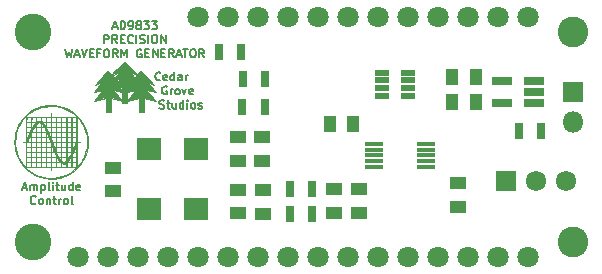
<source format=gts>
G04 #@! TF.GenerationSoftware,KiCad,Pcbnew,(5.0.0-rc2-dev-444-g2974a2c10)*
G04 #@! TF.CreationDate,2019-11-19T23:53:18-08:00*
G04 #@! TF.ProjectId,Waveform_Gen_ADSR,57617665666F726D5F47656E5F414453,v00*
G04 #@! TF.SameCoordinates,Original*
G04 #@! TF.FileFunction,Soldermask,Top*
G04 #@! TF.FilePolarity,Negative*
%FSLAX46Y46*%
G04 Gerber Fmt 4.6, Leading zero omitted, Abs format (unit mm)*
G04 Created by KiCad (PCBNEW (5.0.0-rc2-dev-444-g2974a2c10)) date 11/19/19 23:53:18*
%MOMM*%
%LPD*%
G01*
G04 APERTURE LIST*
%ADD10C,0.140000*%
%ADD11C,0.010000*%
%ADD12C,0.150000*%
%ADD13C,0.100000*%
%ADD14C,3.101600*%
%ADD15C,2.601600*%
%ADD16C,1.801600*%
%ADD17R,1.501600X0.401600*%
%ADD18R,1.351600X1.101600*%
%ADD19R,0.801600X1.401600*%
%ADD20O,1.801600X1.801600*%
%ADD21R,1.801600X1.801600*%
%ADD22C,1.721600*%
%ADD23R,1.721600X1.721600*%
%ADD24R,2.101600X1.901600*%
%ADD25R,1.101600X1.351600*%
%ADD26R,1.661600X0.751600*%
%ADD27R,1.161600X0.501600*%
G04 APERTURE END LIST*
D10*
X96946666Y-111001666D02*
X97280000Y-111001666D01*
X96880000Y-111201666D02*
X97113333Y-110501666D01*
X97346666Y-111201666D01*
X97580000Y-111201666D02*
X97580000Y-110735000D01*
X97580000Y-110801666D02*
X97613333Y-110768333D01*
X97680000Y-110735000D01*
X97780000Y-110735000D01*
X97846666Y-110768333D01*
X97880000Y-110835000D01*
X97880000Y-111201666D01*
X97880000Y-110835000D02*
X97913333Y-110768333D01*
X97980000Y-110735000D01*
X98080000Y-110735000D01*
X98146666Y-110768333D01*
X98180000Y-110835000D01*
X98180000Y-111201666D01*
X98513333Y-110735000D02*
X98513333Y-111435000D01*
X98513333Y-110768333D02*
X98580000Y-110735000D01*
X98713333Y-110735000D01*
X98780000Y-110768333D01*
X98813333Y-110801666D01*
X98846666Y-110868333D01*
X98846666Y-111068333D01*
X98813333Y-111135000D01*
X98780000Y-111168333D01*
X98713333Y-111201666D01*
X98580000Y-111201666D01*
X98513333Y-111168333D01*
X99246666Y-111201666D02*
X99180000Y-111168333D01*
X99146666Y-111101666D01*
X99146666Y-110501666D01*
X99513333Y-111201666D02*
X99513333Y-110735000D01*
X99513333Y-110501666D02*
X99480000Y-110535000D01*
X99513333Y-110568333D01*
X99546666Y-110535000D01*
X99513333Y-110501666D01*
X99513333Y-110568333D01*
X99746666Y-110735000D02*
X100013333Y-110735000D01*
X99846666Y-110501666D02*
X99846666Y-111101666D01*
X99880000Y-111168333D01*
X99946666Y-111201666D01*
X100013333Y-111201666D01*
X100546666Y-110735000D02*
X100546666Y-111201666D01*
X100246666Y-110735000D02*
X100246666Y-111101666D01*
X100280000Y-111168333D01*
X100346666Y-111201666D01*
X100446666Y-111201666D01*
X100513333Y-111168333D01*
X100546666Y-111135000D01*
X101180000Y-111201666D02*
X101180000Y-110501666D01*
X101180000Y-111168333D02*
X101113333Y-111201666D01*
X100980000Y-111201666D01*
X100913333Y-111168333D01*
X100880000Y-111135000D01*
X100846666Y-111068333D01*
X100846666Y-110868333D01*
X100880000Y-110801666D01*
X100913333Y-110768333D01*
X100980000Y-110735000D01*
X101113333Y-110735000D01*
X101180000Y-110768333D01*
X101780000Y-111168333D02*
X101713333Y-111201666D01*
X101580000Y-111201666D01*
X101513333Y-111168333D01*
X101480000Y-111101666D01*
X101480000Y-110835000D01*
X101513333Y-110768333D01*
X101580000Y-110735000D01*
X101713333Y-110735000D01*
X101780000Y-110768333D01*
X101813333Y-110835000D01*
X101813333Y-110901666D01*
X101480000Y-110968333D01*
X98046666Y-112325000D02*
X98013333Y-112358333D01*
X97913333Y-112391666D01*
X97846666Y-112391666D01*
X97746666Y-112358333D01*
X97680000Y-112291666D01*
X97646666Y-112225000D01*
X97613333Y-112091666D01*
X97613333Y-111991666D01*
X97646666Y-111858333D01*
X97680000Y-111791666D01*
X97746666Y-111725000D01*
X97846666Y-111691666D01*
X97913333Y-111691666D01*
X98013333Y-111725000D01*
X98046666Y-111758333D01*
X98446666Y-112391666D02*
X98380000Y-112358333D01*
X98346666Y-112325000D01*
X98313333Y-112258333D01*
X98313333Y-112058333D01*
X98346666Y-111991666D01*
X98380000Y-111958333D01*
X98446666Y-111925000D01*
X98546666Y-111925000D01*
X98613333Y-111958333D01*
X98646666Y-111991666D01*
X98680000Y-112058333D01*
X98680000Y-112258333D01*
X98646666Y-112325000D01*
X98613333Y-112358333D01*
X98546666Y-112391666D01*
X98446666Y-112391666D01*
X98980000Y-111925000D02*
X98980000Y-112391666D01*
X98980000Y-111991666D02*
X99013333Y-111958333D01*
X99080000Y-111925000D01*
X99180000Y-111925000D01*
X99246666Y-111958333D01*
X99280000Y-112025000D01*
X99280000Y-112391666D01*
X99513333Y-111925000D02*
X99780000Y-111925000D01*
X99613333Y-111691666D02*
X99613333Y-112291666D01*
X99646666Y-112358333D01*
X99713333Y-112391666D01*
X99780000Y-112391666D01*
X100013333Y-112391666D02*
X100013333Y-111925000D01*
X100013333Y-112058333D02*
X100046666Y-111991666D01*
X100080000Y-111958333D01*
X100146666Y-111925000D01*
X100213333Y-111925000D01*
X100546666Y-112391666D02*
X100480000Y-112358333D01*
X100446666Y-112325000D01*
X100413333Y-112258333D01*
X100413333Y-112058333D01*
X100446666Y-111991666D01*
X100480000Y-111958333D01*
X100546666Y-111925000D01*
X100646666Y-111925000D01*
X100713333Y-111958333D01*
X100746666Y-111991666D01*
X100780000Y-112058333D01*
X100780000Y-112258333D01*
X100746666Y-112325000D01*
X100713333Y-112358333D01*
X100646666Y-112391666D01*
X100546666Y-112391666D01*
X101180000Y-112391666D02*
X101113333Y-112358333D01*
X101080000Y-112291666D01*
X101080000Y-111691666D01*
X108586666Y-101840000D02*
X108553333Y-101873333D01*
X108453333Y-101906666D01*
X108386666Y-101906666D01*
X108286666Y-101873333D01*
X108220000Y-101806666D01*
X108186666Y-101740000D01*
X108153333Y-101606666D01*
X108153333Y-101506666D01*
X108186666Y-101373333D01*
X108220000Y-101306666D01*
X108286666Y-101240000D01*
X108386666Y-101206666D01*
X108453333Y-101206666D01*
X108553333Y-101240000D01*
X108586666Y-101273333D01*
X109153333Y-101873333D02*
X109086666Y-101906666D01*
X108953333Y-101906666D01*
X108886666Y-101873333D01*
X108853333Y-101806666D01*
X108853333Y-101540000D01*
X108886666Y-101473333D01*
X108953333Y-101440000D01*
X109086666Y-101440000D01*
X109153333Y-101473333D01*
X109186666Y-101540000D01*
X109186666Y-101606666D01*
X108853333Y-101673333D01*
X109786666Y-101906666D02*
X109786666Y-101206666D01*
X109786666Y-101873333D02*
X109720000Y-101906666D01*
X109586666Y-101906666D01*
X109520000Y-101873333D01*
X109486666Y-101840000D01*
X109453333Y-101773333D01*
X109453333Y-101573333D01*
X109486666Y-101506666D01*
X109520000Y-101473333D01*
X109586666Y-101440000D01*
X109720000Y-101440000D01*
X109786666Y-101473333D01*
X110420000Y-101906666D02*
X110420000Y-101540000D01*
X110386666Y-101473333D01*
X110320000Y-101440000D01*
X110186666Y-101440000D01*
X110120000Y-101473333D01*
X110420000Y-101873333D02*
X110353333Y-101906666D01*
X110186666Y-101906666D01*
X110120000Y-101873333D01*
X110086666Y-101806666D01*
X110086666Y-101740000D01*
X110120000Y-101673333D01*
X110186666Y-101640000D01*
X110353333Y-101640000D01*
X110420000Y-101606666D01*
X110753333Y-101906666D02*
X110753333Y-101440000D01*
X110753333Y-101573333D02*
X110786666Y-101506666D01*
X110820000Y-101473333D01*
X110886666Y-101440000D01*
X110953333Y-101440000D01*
X109136666Y-102430000D02*
X109070000Y-102396666D01*
X108970000Y-102396666D01*
X108870000Y-102430000D01*
X108803333Y-102496666D01*
X108770000Y-102563333D01*
X108736666Y-102696666D01*
X108736666Y-102796666D01*
X108770000Y-102930000D01*
X108803333Y-102996666D01*
X108870000Y-103063333D01*
X108970000Y-103096666D01*
X109036666Y-103096666D01*
X109136666Y-103063333D01*
X109170000Y-103030000D01*
X109170000Y-102796666D01*
X109036666Y-102796666D01*
X109470000Y-103096666D02*
X109470000Y-102630000D01*
X109470000Y-102763333D02*
X109503333Y-102696666D01*
X109536666Y-102663333D01*
X109603333Y-102630000D01*
X109670000Y-102630000D01*
X110003333Y-103096666D02*
X109936666Y-103063333D01*
X109903333Y-103030000D01*
X109870000Y-102963333D01*
X109870000Y-102763333D01*
X109903333Y-102696666D01*
X109936666Y-102663333D01*
X110003333Y-102630000D01*
X110103333Y-102630000D01*
X110170000Y-102663333D01*
X110203333Y-102696666D01*
X110236666Y-102763333D01*
X110236666Y-102963333D01*
X110203333Y-103030000D01*
X110170000Y-103063333D01*
X110103333Y-103096666D01*
X110003333Y-103096666D01*
X110470000Y-102630000D02*
X110636666Y-103096666D01*
X110803333Y-102630000D01*
X111336666Y-103063333D02*
X111270000Y-103096666D01*
X111136666Y-103096666D01*
X111070000Y-103063333D01*
X111036666Y-102996666D01*
X111036666Y-102730000D01*
X111070000Y-102663333D01*
X111136666Y-102630000D01*
X111270000Y-102630000D01*
X111336666Y-102663333D01*
X111370000Y-102730000D01*
X111370000Y-102796666D01*
X111036666Y-102863333D01*
X108520000Y-104253333D02*
X108620000Y-104286666D01*
X108786666Y-104286666D01*
X108853333Y-104253333D01*
X108886666Y-104220000D01*
X108920000Y-104153333D01*
X108920000Y-104086666D01*
X108886666Y-104020000D01*
X108853333Y-103986666D01*
X108786666Y-103953333D01*
X108653333Y-103920000D01*
X108586666Y-103886666D01*
X108553333Y-103853333D01*
X108520000Y-103786666D01*
X108520000Y-103720000D01*
X108553333Y-103653333D01*
X108586666Y-103620000D01*
X108653333Y-103586666D01*
X108820000Y-103586666D01*
X108920000Y-103620000D01*
X109120000Y-103820000D02*
X109386666Y-103820000D01*
X109220000Y-103586666D02*
X109220000Y-104186666D01*
X109253333Y-104253333D01*
X109320000Y-104286666D01*
X109386666Y-104286666D01*
X109920000Y-103820000D02*
X109920000Y-104286666D01*
X109620000Y-103820000D02*
X109620000Y-104186666D01*
X109653333Y-104253333D01*
X109720000Y-104286666D01*
X109820000Y-104286666D01*
X109886666Y-104253333D01*
X109920000Y-104220000D01*
X110553333Y-104286666D02*
X110553333Y-103586666D01*
X110553333Y-104253333D02*
X110486666Y-104286666D01*
X110353333Y-104286666D01*
X110286666Y-104253333D01*
X110253333Y-104220000D01*
X110220000Y-104153333D01*
X110220000Y-103953333D01*
X110253333Y-103886666D01*
X110286666Y-103853333D01*
X110353333Y-103820000D01*
X110486666Y-103820000D01*
X110553333Y-103853333D01*
X110886666Y-104286666D02*
X110886666Y-103820000D01*
X110886666Y-103586666D02*
X110853333Y-103620000D01*
X110886666Y-103653333D01*
X110920000Y-103620000D01*
X110886666Y-103586666D01*
X110886666Y-103653333D01*
X111320000Y-104286666D02*
X111253333Y-104253333D01*
X111220000Y-104220000D01*
X111186666Y-104153333D01*
X111186666Y-103953333D01*
X111220000Y-103886666D01*
X111253333Y-103853333D01*
X111320000Y-103820000D01*
X111420000Y-103820000D01*
X111486666Y-103853333D01*
X111520000Y-103886666D01*
X111553333Y-103953333D01*
X111553333Y-104153333D01*
X111520000Y-104220000D01*
X111486666Y-104253333D01*
X111420000Y-104286666D01*
X111320000Y-104286666D01*
X111820000Y-104253333D02*
X111886666Y-104286666D01*
X112020000Y-104286666D01*
X112086666Y-104253333D01*
X112120000Y-104186666D01*
X112120000Y-104153333D01*
X112086666Y-104086666D01*
X112020000Y-104053333D01*
X111920000Y-104053333D01*
X111853333Y-104020000D01*
X111820000Y-103953333D01*
X111820000Y-103920000D01*
X111853333Y-103853333D01*
X111920000Y-103820000D01*
X112020000Y-103820000D01*
X112086666Y-103853333D01*
X104590000Y-97376666D02*
X104923333Y-97376666D01*
X104523333Y-97576666D02*
X104756666Y-96876666D01*
X104990000Y-97576666D01*
X105223333Y-97576666D02*
X105223333Y-96876666D01*
X105390000Y-96876666D01*
X105490000Y-96910000D01*
X105556666Y-96976666D01*
X105590000Y-97043333D01*
X105623333Y-97176666D01*
X105623333Y-97276666D01*
X105590000Y-97410000D01*
X105556666Y-97476666D01*
X105490000Y-97543333D01*
X105390000Y-97576666D01*
X105223333Y-97576666D01*
X105956666Y-97576666D02*
X106090000Y-97576666D01*
X106156666Y-97543333D01*
X106190000Y-97510000D01*
X106256666Y-97410000D01*
X106290000Y-97276666D01*
X106290000Y-97010000D01*
X106256666Y-96943333D01*
X106223333Y-96910000D01*
X106156666Y-96876666D01*
X106023333Y-96876666D01*
X105956666Y-96910000D01*
X105923333Y-96943333D01*
X105890000Y-97010000D01*
X105890000Y-97176666D01*
X105923333Y-97243333D01*
X105956666Y-97276666D01*
X106023333Y-97310000D01*
X106156666Y-97310000D01*
X106223333Y-97276666D01*
X106256666Y-97243333D01*
X106290000Y-97176666D01*
X106690000Y-97176666D02*
X106623333Y-97143333D01*
X106590000Y-97110000D01*
X106556666Y-97043333D01*
X106556666Y-97010000D01*
X106590000Y-96943333D01*
X106623333Y-96910000D01*
X106690000Y-96876666D01*
X106823333Y-96876666D01*
X106890000Y-96910000D01*
X106923333Y-96943333D01*
X106956666Y-97010000D01*
X106956666Y-97043333D01*
X106923333Y-97110000D01*
X106890000Y-97143333D01*
X106823333Y-97176666D01*
X106690000Y-97176666D01*
X106623333Y-97210000D01*
X106590000Y-97243333D01*
X106556666Y-97310000D01*
X106556666Y-97443333D01*
X106590000Y-97510000D01*
X106623333Y-97543333D01*
X106690000Y-97576666D01*
X106823333Y-97576666D01*
X106890000Y-97543333D01*
X106923333Y-97510000D01*
X106956666Y-97443333D01*
X106956666Y-97310000D01*
X106923333Y-97243333D01*
X106890000Y-97210000D01*
X106823333Y-97176666D01*
X107190000Y-96876666D02*
X107623333Y-96876666D01*
X107390000Y-97143333D01*
X107490000Y-97143333D01*
X107556666Y-97176666D01*
X107590000Y-97210000D01*
X107623333Y-97276666D01*
X107623333Y-97443333D01*
X107590000Y-97510000D01*
X107556666Y-97543333D01*
X107490000Y-97576666D01*
X107290000Y-97576666D01*
X107223333Y-97543333D01*
X107190000Y-97510000D01*
X107856666Y-96876666D02*
X108290000Y-96876666D01*
X108056666Y-97143333D01*
X108156666Y-97143333D01*
X108223333Y-97176666D01*
X108256666Y-97210000D01*
X108290000Y-97276666D01*
X108290000Y-97443333D01*
X108256666Y-97510000D01*
X108223333Y-97543333D01*
X108156666Y-97576666D01*
X107956666Y-97576666D01*
X107890000Y-97543333D01*
X107856666Y-97510000D01*
X103840000Y-98766666D02*
X103840000Y-98066666D01*
X104106666Y-98066666D01*
X104173333Y-98100000D01*
X104206666Y-98133333D01*
X104240000Y-98200000D01*
X104240000Y-98300000D01*
X104206666Y-98366666D01*
X104173333Y-98400000D01*
X104106666Y-98433333D01*
X103840000Y-98433333D01*
X104940000Y-98766666D02*
X104706666Y-98433333D01*
X104540000Y-98766666D02*
X104540000Y-98066666D01*
X104806666Y-98066666D01*
X104873333Y-98100000D01*
X104906666Y-98133333D01*
X104940000Y-98200000D01*
X104940000Y-98300000D01*
X104906666Y-98366666D01*
X104873333Y-98400000D01*
X104806666Y-98433333D01*
X104540000Y-98433333D01*
X105240000Y-98400000D02*
X105473333Y-98400000D01*
X105573333Y-98766666D02*
X105240000Y-98766666D01*
X105240000Y-98066666D01*
X105573333Y-98066666D01*
X106273333Y-98700000D02*
X106240000Y-98733333D01*
X106140000Y-98766666D01*
X106073333Y-98766666D01*
X105973333Y-98733333D01*
X105906666Y-98666666D01*
X105873333Y-98600000D01*
X105840000Y-98466666D01*
X105840000Y-98366666D01*
X105873333Y-98233333D01*
X105906666Y-98166666D01*
X105973333Y-98100000D01*
X106073333Y-98066666D01*
X106140000Y-98066666D01*
X106240000Y-98100000D01*
X106273333Y-98133333D01*
X106573333Y-98766666D02*
X106573333Y-98066666D01*
X106873333Y-98733333D02*
X106973333Y-98766666D01*
X107140000Y-98766666D01*
X107206666Y-98733333D01*
X107240000Y-98700000D01*
X107273333Y-98633333D01*
X107273333Y-98566666D01*
X107240000Y-98500000D01*
X107206666Y-98466666D01*
X107140000Y-98433333D01*
X107006666Y-98400000D01*
X106940000Y-98366666D01*
X106906666Y-98333333D01*
X106873333Y-98266666D01*
X106873333Y-98200000D01*
X106906666Y-98133333D01*
X106940000Y-98100000D01*
X107006666Y-98066666D01*
X107173333Y-98066666D01*
X107273333Y-98100000D01*
X107573333Y-98766666D02*
X107573333Y-98066666D01*
X108040000Y-98066666D02*
X108173333Y-98066666D01*
X108240000Y-98100000D01*
X108306666Y-98166666D01*
X108340000Y-98300000D01*
X108340000Y-98533333D01*
X108306666Y-98666666D01*
X108240000Y-98733333D01*
X108173333Y-98766666D01*
X108040000Y-98766666D01*
X107973333Y-98733333D01*
X107906666Y-98666666D01*
X107873333Y-98533333D01*
X107873333Y-98300000D01*
X107906666Y-98166666D01*
X107973333Y-98100000D01*
X108040000Y-98066666D01*
X108640000Y-98766666D02*
X108640000Y-98066666D01*
X109040000Y-98766666D01*
X109040000Y-98066666D01*
X100556666Y-99256666D02*
X100723333Y-99956666D01*
X100856666Y-99456666D01*
X100990000Y-99956666D01*
X101156666Y-99256666D01*
X101390000Y-99756666D02*
X101723333Y-99756666D01*
X101323333Y-99956666D02*
X101556666Y-99256666D01*
X101790000Y-99956666D01*
X101923333Y-99256666D02*
X102156666Y-99956666D01*
X102390000Y-99256666D01*
X102623333Y-99590000D02*
X102856666Y-99590000D01*
X102956666Y-99956666D02*
X102623333Y-99956666D01*
X102623333Y-99256666D01*
X102956666Y-99256666D01*
X103490000Y-99590000D02*
X103256666Y-99590000D01*
X103256666Y-99956666D02*
X103256666Y-99256666D01*
X103590000Y-99256666D01*
X103990000Y-99256666D02*
X104123333Y-99256666D01*
X104190000Y-99290000D01*
X104256666Y-99356666D01*
X104290000Y-99490000D01*
X104290000Y-99723333D01*
X104256666Y-99856666D01*
X104190000Y-99923333D01*
X104123333Y-99956666D01*
X103990000Y-99956666D01*
X103923333Y-99923333D01*
X103856666Y-99856666D01*
X103823333Y-99723333D01*
X103823333Y-99490000D01*
X103856666Y-99356666D01*
X103923333Y-99290000D01*
X103990000Y-99256666D01*
X104990000Y-99956666D02*
X104756666Y-99623333D01*
X104590000Y-99956666D02*
X104590000Y-99256666D01*
X104856666Y-99256666D01*
X104923333Y-99290000D01*
X104956666Y-99323333D01*
X104990000Y-99390000D01*
X104990000Y-99490000D01*
X104956666Y-99556666D01*
X104923333Y-99590000D01*
X104856666Y-99623333D01*
X104590000Y-99623333D01*
X105290000Y-99956666D02*
X105290000Y-99256666D01*
X105523333Y-99756666D01*
X105756666Y-99256666D01*
X105756666Y-99956666D01*
X106990000Y-99290000D02*
X106923333Y-99256666D01*
X106823333Y-99256666D01*
X106723333Y-99290000D01*
X106656666Y-99356666D01*
X106623333Y-99423333D01*
X106590000Y-99556666D01*
X106590000Y-99656666D01*
X106623333Y-99790000D01*
X106656666Y-99856666D01*
X106723333Y-99923333D01*
X106823333Y-99956666D01*
X106890000Y-99956666D01*
X106990000Y-99923333D01*
X107023333Y-99890000D01*
X107023333Y-99656666D01*
X106890000Y-99656666D01*
X107323333Y-99590000D02*
X107556666Y-99590000D01*
X107656666Y-99956666D02*
X107323333Y-99956666D01*
X107323333Y-99256666D01*
X107656666Y-99256666D01*
X107956666Y-99956666D02*
X107956666Y-99256666D01*
X108356666Y-99956666D01*
X108356666Y-99256666D01*
X108690000Y-99590000D02*
X108923333Y-99590000D01*
X109023333Y-99956666D02*
X108690000Y-99956666D01*
X108690000Y-99256666D01*
X109023333Y-99256666D01*
X109723333Y-99956666D02*
X109490000Y-99623333D01*
X109323333Y-99956666D02*
X109323333Y-99256666D01*
X109590000Y-99256666D01*
X109656666Y-99290000D01*
X109690000Y-99323333D01*
X109723333Y-99390000D01*
X109723333Y-99490000D01*
X109690000Y-99556666D01*
X109656666Y-99590000D01*
X109590000Y-99623333D01*
X109323333Y-99623333D01*
X109990000Y-99756666D02*
X110323333Y-99756666D01*
X109923333Y-99956666D02*
X110156666Y-99256666D01*
X110390000Y-99956666D01*
X110523333Y-99256666D02*
X110923333Y-99256666D01*
X110723333Y-99956666D02*
X110723333Y-99256666D01*
X111290000Y-99256666D02*
X111423333Y-99256666D01*
X111490000Y-99290000D01*
X111556666Y-99356666D01*
X111590000Y-99490000D01*
X111590000Y-99723333D01*
X111556666Y-99856666D01*
X111490000Y-99923333D01*
X111423333Y-99956666D01*
X111290000Y-99956666D01*
X111223333Y-99923333D01*
X111156666Y-99856666D01*
X111123333Y-99723333D01*
X111123333Y-99490000D01*
X111156666Y-99356666D01*
X111223333Y-99290000D01*
X111290000Y-99256666D01*
X112290000Y-99956666D02*
X112056666Y-99623333D01*
X111890000Y-99956666D02*
X111890000Y-99256666D01*
X112156666Y-99256666D01*
X112223333Y-99290000D01*
X112256666Y-99323333D01*
X112290000Y-99390000D01*
X112290000Y-99490000D01*
X112256666Y-99556666D01*
X112223333Y-99590000D01*
X112156666Y-99623333D01*
X111890000Y-99623333D01*
D11*
G36*
X99360861Y-104716575D02*
X99368365Y-104769030D01*
X99371166Y-104844958D01*
X99371166Y-104992942D01*
X100434791Y-104998429D01*
X101498416Y-105003917D01*
X101509398Y-107088833D01*
X101636199Y-107088833D01*
X101703765Y-107092051D01*
X101749564Y-107100455D01*
X101763000Y-107110000D01*
X101743894Y-107121746D01*
X101694746Y-107129432D01*
X101650111Y-107131167D01*
X101574337Y-107136132D01*
X101535239Y-107150501D01*
X101530876Y-107157625D01*
X101529350Y-107183499D01*
X101527418Y-107247494D01*
X101525159Y-107345400D01*
X101522649Y-107473008D01*
X101519966Y-107626108D01*
X101517188Y-107800489D01*
X101514393Y-107991943D01*
X101511657Y-108196260D01*
X101511474Y-108210667D01*
X101498416Y-109237250D01*
X100434791Y-109242737D01*
X99371166Y-109248225D01*
X99371166Y-109385612D01*
X99368172Y-109457431D01*
X99360241Y-109506592D01*
X99350000Y-109523000D01*
X99338939Y-109503560D01*
X99331366Y-109452065D01*
X99328833Y-109385417D01*
X99328833Y-109247833D01*
X97233333Y-109247833D01*
X97233333Y-109228255D01*
X99794500Y-109228255D01*
X99990291Y-109222169D01*
X100186083Y-109216083D01*
X100192325Y-109061495D01*
X100191646Y-108961890D01*
X100180660Y-108915048D01*
X100217833Y-108915048D01*
X100217833Y-109228255D01*
X100413625Y-109222169D01*
X100609416Y-109216083D01*
X100615645Y-109049417D01*
X100617981Y-108966569D01*
X100616236Y-108918339D01*
X100608798Y-108897084D01*
X100594056Y-108895162D01*
X100583895Y-108898870D01*
X100463147Y-108938908D01*
X100359999Y-108947328D01*
X100302500Y-108937647D01*
X100217833Y-108915048D01*
X100180660Y-108915048D01*
X100175868Y-108894618D01*
X100138651Y-108853549D01*
X100073654Y-108832551D01*
X99974536Y-108825493D01*
X99947958Y-108825204D01*
X99794500Y-108824500D01*
X100662333Y-108824500D01*
X100662333Y-109226667D01*
X101043333Y-109226667D01*
X101043333Y-108824500D01*
X101085666Y-108824500D01*
X101085666Y-109226667D01*
X101466666Y-109226667D01*
X101466666Y-108824500D01*
X101085666Y-108824500D01*
X101043333Y-108824500D01*
X100662333Y-108824500D01*
X99794500Y-108824500D01*
X99794500Y-109228255D01*
X97233333Y-109228255D01*
X97233333Y-108824500D01*
X97254500Y-108824500D01*
X97254500Y-109011472D01*
X97256001Y-109096650D01*
X97260014Y-109164995D01*
X97265799Y-109205991D01*
X97268611Y-109212555D01*
X97294821Y-109218871D01*
X97352843Y-109223726D01*
X97432161Y-109226383D01*
X97469694Y-109226667D01*
X97656666Y-109226667D01*
X97656666Y-108824500D01*
X97677833Y-108824500D01*
X97677833Y-109011472D01*
X97679334Y-109096650D01*
X97683347Y-109164995D01*
X97689133Y-109205991D01*
X97691944Y-109212555D01*
X97718154Y-109218871D01*
X97776176Y-109223726D01*
X97855494Y-109226383D01*
X97893027Y-109226667D01*
X98080000Y-109226667D01*
X98080000Y-108824500D01*
X98101166Y-108824500D01*
X98101166Y-109226667D01*
X98503333Y-109226667D01*
X98503333Y-108824500D01*
X98524500Y-108824500D01*
X98524500Y-109226667D01*
X98926666Y-109226667D01*
X98926666Y-108824500D01*
X98947833Y-108824500D01*
X98947833Y-109226667D01*
X99328833Y-109226667D01*
X99328833Y-108824500D01*
X99371166Y-108824500D01*
X99371166Y-109226667D01*
X99773333Y-109226667D01*
X99773333Y-108824500D01*
X99371166Y-108824500D01*
X99328833Y-108824500D01*
X98947833Y-108824500D01*
X98926666Y-108824500D01*
X98524500Y-108824500D01*
X98503333Y-108824500D01*
X98101166Y-108824500D01*
X98080000Y-108824500D01*
X97677833Y-108824500D01*
X97656666Y-108824500D01*
X97254500Y-108824500D01*
X97233333Y-108824500D01*
X97233333Y-108401167D01*
X97254500Y-108401167D01*
X97254500Y-108803333D01*
X97656666Y-108803333D01*
X97656666Y-108401167D01*
X97677833Y-108401167D01*
X97677833Y-108803333D01*
X98080000Y-108803333D01*
X98080000Y-108401167D01*
X98101166Y-108401167D01*
X98101166Y-108803333D01*
X98503333Y-108803333D01*
X98503333Y-108401167D01*
X98524500Y-108401167D01*
X98524500Y-108803333D01*
X98926666Y-108803333D01*
X98926666Y-108401167D01*
X98947833Y-108401167D01*
X98947833Y-108803333D01*
X99328833Y-108803333D01*
X99328833Y-108401167D01*
X99371166Y-108401167D01*
X99371166Y-108803333D01*
X99773333Y-108803333D01*
X99773333Y-108602250D01*
X99794500Y-108602250D01*
X99794500Y-108803333D01*
X100069993Y-108803333D01*
X100724656Y-108803333D01*
X101043333Y-108803333D01*
X101043333Y-108602250D01*
X101040998Y-108496773D01*
X101033409Y-108431734D01*
X101019689Y-108405463D01*
X100998959Y-108416291D01*
X100970345Y-108462549D01*
X100970133Y-108462957D01*
X100941971Y-108509269D01*
X100896400Y-108575822D01*
X100842331Y-108649700D01*
X100831418Y-108664041D01*
X100724656Y-108803333D01*
X100069993Y-108803333D01*
X99987149Y-108681625D01*
X99937928Y-108605696D01*
X99893193Y-108530566D01*
X99866648Y-108480542D01*
X99839473Y-108431191D01*
X99828897Y-108418189D01*
X99985000Y-108418189D01*
X99996237Y-108448467D01*
X100025275Y-108500004D01*
X100065099Y-108562486D01*
X100108696Y-108625602D01*
X100149051Y-108679039D01*
X100179151Y-108712485D01*
X100189363Y-108718667D01*
X100192854Y-108699225D01*
X100195437Y-108647800D01*
X100196634Y-108574737D01*
X100196666Y-108559917D01*
X100196666Y-108401167D01*
X100217833Y-108401167D01*
X100217833Y-108580031D01*
X100219299Y-108671046D01*
X100224806Y-108728775D01*
X100236011Y-108762198D01*
X100254575Y-108780296D01*
X100254875Y-108780471D01*
X100321225Y-108800153D01*
X100406521Y-108800899D01*
X100492531Y-108784022D01*
X100548709Y-108759273D01*
X100585156Y-108735030D01*
X100606419Y-108710725D01*
X100616589Y-108674821D01*
X100619757Y-108615779D01*
X100620000Y-108558190D01*
X100620000Y-108401167D01*
X100662333Y-108401167D01*
X100662333Y-108528167D01*
X100663471Y-108595160D01*
X100666431Y-108641180D01*
X100669849Y-108655167D01*
X100684709Y-108639172D01*
X100716992Y-108596956D01*
X100760119Y-108537167D01*
X100766451Y-108528167D01*
X100855537Y-108401167D01*
X101085666Y-108401167D01*
X101085666Y-108803333D01*
X101466666Y-108803333D01*
X101466666Y-108401167D01*
X101085666Y-108401167D01*
X100855537Y-108401167D01*
X100662333Y-108401167D01*
X100620000Y-108401167D01*
X100217833Y-108401167D01*
X100196666Y-108401167D01*
X100090833Y-108401167D01*
X100030452Y-108404229D01*
X99992134Y-108412061D01*
X99985000Y-108418189D01*
X99828897Y-108418189D01*
X99816872Y-108403406D01*
X99811746Y-108401167D01*
X99804335Y-108420797D01*
X99798520Y-108473562D01*
X99795087Y-108550270D01*
X99794500Y-108602250D01*
X99773333Y-108602250D01*
X99773333Y-108401167D01*
X99371166Y-108401167D01*
X99328833Y-108401167D01*
X98947833Y-108401167D01*
X98926666Y-108401167D01*
X98524500Y-108401167D01*
X98503333Y-108401167D01*
X98101166Y-108401167D01*
X98080000Y-108401167D01*
X97677833Y-108401167D01*
X97656666Y-108401167D01*
X97254500Y-108401167D01*
X97233333Y-108401167D01*
X97233333Y-107977833D01*
X97254500Y-107977833D01*
X97254500Y-108380000D01*
X97656666Y-108380000D01*
X97656666Y-107977833D01*
X97677833Y-107977833D01*
X97677833Y-108380000D01*
X98080000Y-108380000D01*
X98080000Y-107977833D01*
X98101166Y-107977833D01*
X98101166Y-108380000D01*
X98503333Y-108380000D01*
X98503333Y-107977833D01*
X98524500Y-107977833D01*
X98524500Y-108380000D01*
X98926666Y-108380000D01*
X98926666Y-107977833D01*
X98947833Y-107977833D01*
X98947833Y-108380000D01*
X99328833Y-108380000D01*
X99371166Y-108380000D01*
X99572250Y-108380000D01*
X99666626Y-108379108D01*
X99726279Y-108375530D01*
X99752383Y-108369417D01*
X99794500Y-108369417D01*
X99805083Y-108380000D01*
X99815666Y-108369417D01*
X99805083Y-108358833D01*
X99794500Y-108369417D01*
X99752383Y-108369417D01*
X99758798Y-108367915D01*
X99771772Y-108354909D01*
X99773333Y-108344162D01*
X99765494Y-108308830D01*
X99744647Y-108246407D01*
X99714798Y-108168570D01*
X99704541Y-108143612D01*
X99646823Y-108005411D01*
X99794500Y-108005411D01*
X99803273Y-108035796D01*
X99826749Y-108093792D01*
X99860655Y-108169166D01*
X99878405Y-108206494D01*
X99962310Y-108380000D01*
X100196666Y-108380000D01*
X100196666Y-107977833D01*
X100217833Y-107977833D01*
X100217833Y-108380000D01*
X100620000Y-108380000D01*
X100620000Y-107977833D01*
X100662333Y-107977833D01*
X100662333Y-108380000D01*
X100869714Y-108380000D01*
X100880646Y-108358833D01*
X101022166Y-108358833D01*
X101029388Y-108379450D01*
X101031500Y-108380000D01*
X101049572Y-108365168D01*
X101053916Y-108358833D01*
X101052238Y-108339328D01*
X101044582Y-108337667D01*
X101023028Y-108353032D01*
X101022166Y-108358833D01*
X100880646Y-108358833D01*
X100901283Y-108318876D01*
X101085666Y-108318876D01*
X101085666Y-108380000D01*
X101466666Y-108380000D01*
X101466666Y-107977833D01*
X101216656Y-107977833D01*
X101151161Y-108117793D01*
X101118297Y-108196329D01*
X101094790Y-108268356D01*
X101085668Y-108318437D01*
X101085666Y-108318876D01*
X100901283Y-108318876D01*
X100967107Y-108191429D01*
X101008160Y-108110769D01*
X101040666Y-108044670D01*
X101060446Y-108001759D01*
X101064500Y-107990346D01*
X101044867Y-107984969D01*
X100992098Y-107980750D01*
X100915385Y-107978260D01*
X100863416Y-107977833D01*
X100662333Y-107977833D01*
X100620000Y-107977833D01*
X100217833Y-107977833D01*
X100196666Y-107977833D01*
X99995583Y-107977833D01*
X99896162Y-107979393D01*
X99833341Y-107984588D01*
X99801482Y-107994192D01*
X99794500Y-108005411D01*
X99646823Y-108005411D01*
X99635750Y-107978899D01*
X99371166Y-107977833D01*
X99371166Y-108380000D01*
X99328833Y-108380000D01*
X99328833Y-107977833D01*
X98947833Y-107977833D01*
X98926666Y-107977833D01*
X98524500Y-107977833D01*
X98503333Y-107977833D01*
X98101166Y-107977833D01*
X98080000Y-107977833D01*
X97677833Y-107977833D01*
X97656666Y-107977833D01*
X97254500Y-107977833D01*
X97233333Y-107977833D01*
X97233333Y-107554500D01*
X97254500Y-107554500D01*
X97254500Y-107956667D01*
X97656666Y-107956667D01*
X97656666Y-107554500D01*
X97677833Y-107554500D01*
X97677833Y-107956667D01*
X98080000Y-107956667D01*
X98080000Y-107554500D01*
X98101166Y-107554500D01*
X98101166Y-107956667D01*
X98503333Y-107956667D01*
X98503333Y-107554500D01*
X98524500Y-107554500D01*
X98524500Y-107956667D01*
X98926666Y-107956667D01*
X98926666Y-107554500D01*
X98947833Y-107554500D01*
X98947833Y-107956667D01*
X99328833Y-107956667D01*
X99328833Y-107754111D01*
X99371166Y-107754111D01*
X99371166Y-107956667D01*
X99622110Y-107956667D01*
X99542867Y-107760875D01*
X99502737Y-107666364D01*
X99471544Y-107605554D01*
X99445212Y-107571861D01*
X99444424Y-107571455D01*
X99607527Y-107571455D01*
X99618276Y-107597552D01*
X99640979Y-107652826D01*
X99671533Y-107727284D01*
X99685754Y-107761955D01*
X99718230Y-107839051D01*
X99744932Y-107898556D01*
X99761809Y-107931612D01*
X99765129Y-107935500D01*
X99768742Y-107915908D01*
X99771543Y-107863431D01*
X99773126Y-107787513D01*
X99773333Y-107745000D01*
X99773333Y-107554500D01*
X99794500Y-107554500D01*
X99794500Y-107956667D01*
X100196666Y-107956667D01*
X100196666Y-107554500D01*
X100217833Y-107554500D01*
X100217833Y-107956667D01*
X100620000Y-107956667D01*
X100620000Y-107554500D01*
X100662333Y-107554500D01*
X100662333Y-107956667D01*
X101043333Y-107956667D01*
X101043333Y-107554500D01*
X101085666Y-107554500D01*
X101087234Y-107739708D01*
X101088803Y-107924917D01*
X101092331Y-107917254D01*
X101242263Y-107917254D01*
X101249617Y-107943911D01*
X101283112Y-107954645D01*
X101344946Y-107956665D01*
X101348823Y-107956667D01*
X101466666Y-107956667D01*
X101466666Y-107755583D01*
X101465973Y-107661982D01*
X101462838Y-107602891D01*
X101455680Y-107570496D01*
X101442918Y-107556981D01*
X101425974Y-107554500D01*
X101390512Y-107571552D01*
X101362329Y-107625761D01*
X101359610Y-107633875D01*
X101331360Y-107710026D01*
X101298406Y-107784855D01*
X101297184Y-107787333D01*
X101258852Y-107867464D01*
X101242263Y-107917254D01*
X101092331Y-107917254D01*
X101151068Y-107789687D01*
X101184539Y-107713806D01*
X101211571Y-107646750D01*
X101225878Y-107604479D01*
X101229937Y-107571384D01*
X101212503Y-107557407D01*
X101163299Y-107554500D01*
X101085666Y-107554500D01*
X101043333Y-107554500D01*
X100662333Y-107554500D01*
X100620000Y-107554500D01*
X100217833Y-107554500D01*
X100196666Y-107554500D01*
X99794500Y-107554500D01*
X99773333Y-107554500D01*
X99686902Y-107554500D01*
X99635131Y-107558129D01*
X99608501Y-107567232D01*
X99607527Y-107571455D01*
X99444424Y-107571455D01*
X99419663Y-107558702D01*
X99417395Y-107558319D01*
X99396038Y-107557215D01*
X99382535Y-107566550D01*
X99375088Y-107593935D01*
X99371900Y-107646982D01*
X99371174Y-107733303D01*
X99371166Y-107754111D01*
X99328833Y-107754111D01*
X99328833Y-107554500D01*
X98947833Y-107554500D01*
X98926666Y-107554500D01*
X98524500Y-107554500D01*
X98503333Y-107554500D01*
X98101166Y-107554500D01*
X98080000Y-107554500D01*
X97677833Y-107554500D01*
X97656666Y-107554500D01*
X97254500Y-107554500D01*
X97233333Y-107554500D01*
X97233333Y-107345098D01*
X97254500Y-107345098D01*
X97254500Y-107533333D01*
X97656666Y-107533333D01*
X97656666Y-107131167D01*
X97677833Y-107131167D01*
X97677833Y-107533333D01*
X98080000Y-107533333D01*
X98080000Y-107131167D01*
X98101166Y-107131167D01*
X98101166Y-107533333D01*
X98503333Y-107533333D01*
X98503333Y-107131167D01*
X98524500Y-107131167D01*
X98524500Y-107533333D01*
X98926666Y-107533333D01*
X98926666Y-107131167D01*
X98947833Y-107131167D01*
X98947833Y-107533333D01*
X99328833Y-107533333D01*
X99328644Y-107432792D01*
X99372776Y-107432792D01*
X99375319Y-107497111D01*
X99387236Y-107527696D01*
X99402916Y-107533333D01*
X99430093Y-107519259D01*
X99433056Y-107506875D01*
X99424784Y-107470635D01*
X99406549Y-107415946D01*
X99402916Y-107406333D01*
X99374387Y-107332250D01*
X99372776Y-107432792D01*
X99328644Y-107432792D01*
X99328544Y-107379875D01*
X99327716Y-107274165D01*
X99321823Y-107203658D01*
X99305043Y-107161229D01*
X99271554Y-107139753D01*
X99215533Y-107132107D01*
X99131337Y-107131167D01*
X99435284Y-107131167D01*
X99479689Y-107242292D01*
X99512385Y-107325086D01*
X99544966Y-107409088D01*
X99558029Y-107443375D01*
X99581589Y-107498773D01*
X99606787Y-107524956D01*
X99648744Y-107532841D01*
X99682648Y-107533333D01*
X99773333Y-107533333D01*
X99773333Y-107131167D01*
X99794500Y-107131167D01*
X99794500Y-107533333D01*
X100196666Y-107533333D01*
X100196666Y-107131167D01*
X100217833Y-107131167D01*
X100217833Y-107533333D01*
X100620000Y-107533333D01*
X100620000Y-107131167D01*
X100662333Y-107131167D01*
X100662333Y-107533333D01*
X101043333Y-107533333D01*
X101043333Y-107131167D01*
X101085666Y-107131167D01*
X101085666Y-107535767D01*
X101174204Y-107529259D01*
X101231714Y-107525031D01*
X101405867Y-107525031D01*
X101417250Y-107532787D01*
X101434916Y-107533333D01*
X101457401Y-107518850D01*
X101465693Y-107471260D01*
X101465838Y-107453958D01*
X101465009Y-107374583D01*
X101434088Y-107445805D01*
X101411513Y-107499558D01*
X101405867Y-107525031D01*
X101231714Y-107525031D01*
X101262742Y-107522750D01*
X101332922Y-107342833D01*
X101363882Y-107261832D01*
X101387872Y-107195967D01*
X101401391Y-107154996D01*
X101403134Y-107147042D01*
X101383713Y-107139453D01*
X101332310Y-107133840D01*
X101259266Y-107131236D01*
X101244416Y-107131167D01*
X101085666Y-107131167D01*
X101043333Y-107131167D01*
X100662333Y-107131167D01*
X100620000Y-107131167D01*
X100217833Y-107131167D01*
X100196666Y-107131167D01*
X99794500Y-107131167D01*
X99773333Y-107131167D01*
X99435284Y-107131167D01*
X99131337Y-107131167D01*
X99131157Y-107131165D01*
X99125281Y-107131167D01*
X98947833Y-107131167D01*
X98926666Y-107131167D01*
X98524500Y-107131167D01*
X98503333Y-107131167D01*
X98101166Y-107131167D01*
X98080000Y-107131167D01*
X97677833Y-107131167D01*
X97656666Y-107131167D01*
X97489064Y-107131167D01*
X97386922Y-107131702D01*
X97319769Y-107137764D01*
X97280278Y-107156036D01*
X97261121Y-107193202D01*
X97254970Y-107255943D01*
X97254500Y-107345098D01*
X97233333Y-107345098D01*
X97233333Y-107131167D01*
X97073334Y-107131167D01*
X96987827Y-107128615D01*
X96937800Y-107121285D01*
X96926416Y-107110000D01*
X96953113Y-107098574D01*
X97008664Y-107090889D01*
X97062780Y-107088833D01*
X97318617Y-107088833D01*
X97656666Y-107088833D01*
X97656666Y-106707833D01*
X97677833Y-106707833D01*
X97677833Y-107088833D01*
X98080000Y-107088833D01*
X98080000Y-106707833D01*
X98101166Y-106707833D01*
X98101166Y-107088833D01*
X98503333Y-107088833D01*
X98503333Y-106707833D01*
X98524500Y-106707833D01*
X98524500Y-107088833D01*
X98926666Y-107088833D01*
X98926666Y-106707833D01*
X98947833Y-106707833D01*
X98947833Y-107088833D01*
X99282578Y-107088833D01*
X99141185Y-106733733D01*
X99293251Y-106733733D01*
X99300654Y-106783115D01*
X99301086Y-106784711D01*
X99317733Y-106845417D01*
X99324875Y-106785273D01*
X99326235Y-106737763D01*
X99319842Y-106712954D01*
X99302242Y-106707833D01*
X99371166Y-106707833D01*
X99371166Y-106831675D01*
X99375230Y-106913080D01*
X99385649Y-106987885D01*
X99394403Y-107022175D01*
X99417641Y-107088833D01*
X99773333Y-107088833D01*
X99773333Y-106707833D01*
X99794500Y-106707833D01*
X99794500Y-107088833D01*
X100196666Y-107088833D01*
X100196666Y-106707833D01*
X100217833Y-106707833D01*
X100217833Y-107088833D01*
X100620000Y-107088833D01*
X100620000Y-106707833D01*
X100662333Y-106707833D01*
X100662333Y-107088833D01*
X101043333Y-107088833D01*
X101043333Y-106707833D01*
X101085666Y-106707833D01*
X101085666Y-107088833D01*
X101466666Y-107088833D01*
X101466666Y-106707833D01*
X101085666Y-106707833D01*
X101043333Y-106707833D01*
X100662333Y-106707833D01*
X100620000Y-106707833D01*
X100217833Y-106707833D01*
X100196666Y-106707833D01*
X99794500Y-106707833D01*
X99773333Y-106707833D01*
X99371166Y-106707833D01*
X99302242Y-106707833D01*
X99300440Y-106707309D01*
X99293251Y-106733733D01*
X99141185Y-106733733D01*
X99130872Y-106707833D01*
X98947833Y-106707833D01*
X98926666Y-106707833D01*
X98524500Y-106707833D01*
X98503333Y-106707833D01*
X98101166Y-106707833D01*
X98080000Y-106707833D01*
X97677833Y-106707833D01*
X97656666Y-106707833D01*
X97563714Y-106707833D01*
X97527023Y-106707297D01*
X97500310Y-106709610D01*
X97479274Y-106720650D01*
X97459611Y-106746298D01*
X97437020Y-106792433D01*
X97407196Y-106864934D01*
X97365838Y-106969681D01*
X97358471Y-106988292D01*
X97318617Y-107088833D01*
X97062780Y-107088833D01*
X97133804Y-107086873D01*
X97174102Y-107078393D01*
X97195201Y-107059493D01*
X97203557Y-107041208D01*
X97207342Y-107010858D01*
X97211330Y-106942577D01*
X97215398Y-106840766D01*
X97217044Y-106787208D01*
X97255250Y-106787208D01*
X97256000Y-106866583D01*
X97286250Y-106813667D01*
X97308820Y-106765960D01*
X97317249Y-106734292D01*
X97300937Y-106710892D01*
X97286250Y-106707833D01*
X97263741Y-106722359D01*
X97255407Y-106770051D01*
X97255250Y-106787208D01*
X97217044Y-106787208D01*
X97219424Y-106709827D01*
X97223285Y-106554161D01*
X97226861Y-106378169D01*
X97228406Y-106284500D01*
X97254500Y-106284500D01*
X97254500Y-106487055D01*
X97255014Y-106580597D01*
X97257700Y-106639398D01*
X97264266Y-106671048D01*
X97276425Y-106683136D01*
X97295888Y-106683253D01*
X97298638Y-106682847D01*
X97308807Y-106677108D01*
X97487333Y-106677108D01*
X97506132Y-106683097D01*
X97553090Y-106686425D01*
X97572000Y-106686667D01*
X97656666Y-106686667D01*
X97656666Y-106492639D01*
X97655870Y-106409165D01*
X97653734Y-106345710D01*
X97650636Y-106311072D01*
X97648712Y-106307430D01*
X97637006Y-106329806D01*
X97613733Y-106380112D01*
X97583573Y-106447626D01*
X97551206Y-106521625D01*
X97521315Y-106591386D01*
X97498579Y-106646187D01*
X97487680Y-106675304D01*
X97487333Y-106677108D01*
X97308807Y-106677108D01*
X97329609Y-106665369D01*
X97362889Y-106618705D01*
X97402411Y-106537204D01*
X97406430Y-106527917D01*
X97450678Y-106425833D01*
X97479183Y-106356884D01*
X97491275Y-106314648D01*
X97486281Y-106292699D01*
X97463530Y-106284613D01*
X97456338Y-106284500D01*
X97677833Y-106284500D01*
X97677833Y-106686667D01*
X98080000Y-106686667D01*
X98080000Y-106284500D01*
X98101166Y-106284500D01*
X98101166Y-106686667D01*
X98503333Y-106686667D01*
X98503333Y-106284500D01*
X98524500Y-106284500D01*
X98524500Y-106686667D01*
X98926666Y-106686667D01*
X98926666Y-106482055D01*
X98947833Y-106482055D01*
X98947833Y-106686667D01*
X99032500Y-106686667D01*
X99085548Y-106685230D01*
X99115025Y-106681641D01*
X99117166Y-106680196D01*
X99109653Y-106657580D01*
X99089977Y-106606477D01*
X99062430Y-106537402D01*
X99031307Y-106460872D01*
X99000899Y-106387404D01*
X98975502Y-106327512D01*
X98964040Y-106302017D01*
X99117166Y-106302017D01*
X99124646Y-106329157D01*
X99144279Y-106383661D01*
X99171852Y-106453852D01*
X99172512Y-106455476D01*
X99203493Y-106531981D01*
X99230238Y-106598748D01*
X99246072Y-106639042D01*
X99272102Y-106675934D01*
X99296559Y-106686667D01*
X99311902Y-106679821D01*
X99321610Y-106654493D01*
X99326838Y-106603492D01*
X99328739Y-106519629D01*
X99328833Y-106485583D01*
X99328833Y-106284500D01*
X99371166Y-106284500D01*
X99371166Y-106686667D01*
X99773333Y-106686667D01*
X99773333Y-106284500D01*
X99794500Y-106284500D01*
X99794500Y-106686667D01*
X100196666Y-106686667D01*
X100196666Y-106284500D01*
X100217833Y-106284500D01*
X100217833Y-106686667D01*
X100620000Y-106686667D01*
X100620000Y-106284500D01*
X100662333Y-106284500D01*
X100662333Y-106686667D01*
X101043333Y-106686667D01*
X101043333Y-106284500D01*
X101085666Y-106284500D01*
X101085666Y-106686667D01*
X101466666Y-106686667D01*
X101466666Y-106284500D01*
X101085666Y-106284500D01*
X101043333Y-106284500D01*
X100662333Y-106284500D01*
X100620000Y-106284500D01*
X100217833Y-106284500D01*
X100196666Y-106284500D01*
X99794500Y-106284500D01*
X99773333Y-106284500D01*
X99371166Y-106284500D01*
X99328833Y-106284500D01*
X99223000Y-106284500D01*
X99162620Y-106287652D01*
X99124301Y-106295710D01*
X99117166Y-106302017D01*
X98964040Y-106302017D01*
X98959407Y-106291714D01*
X98956340Y-106286264D01*
X98952729Y-106301988D01*
X98949879Y-106351446D01*
X98948163Y-106426041D01*
X98947833Y-106482055D01*
X98926666Y-106482055D01*
X98926666Y-106284500D01*
X98524500Y-106284500D01*
X98503333Y-106284500D01*
X98101166Y-106284500D01*
X98080000Y-106284500D01*
X97677833Y-106284500D01*
X97456338Y-106284500D01*
X97422350Y-106283966D01*
X97380976Y-106284500D01*
X97254500Y-106284500D01*
X97228406Y-106284500D01*
X97230028Y-106186253D01*
X97232484Y-105998750D01*
X97234064Y-105861167D01*
X97254500Y-105861167D01*
X97254500Y-106263333D01*
X97520580Y-106263333D01*
X97526750Y-106250820D01*
X97677833Y-106250820D01*
X97697465Y-106256197D01*
X97750234Y-106260417D01*
X97826947Y-106262907D01*
X97878916Y-106263333D01*
X98080000Y-106263333D01*
X98080000Y-105861167D01*
X98101166Y-105861167D01*
X98101166Y-106263333D01*
X98503333Y-106263333D01*
X98503333Y-105861167D01*
X98524500Y-105861167D01*
X98524500Y-106263333D01*
X98725583Y-106263333D01*
X98821202Y-106262231D01*
X98881707Y-106258156D01*
X98914278Y-106249960D01*
X98926095Y-106236490D01*
X98926666Y-106231113D01*
X98917574Y-106198567D01*
X98893287Y-106139160D01*
X98858290Y-106063516D01*
X98841763Y-106030030D01*
X98790118Y-105927312D01*
X98951222Y-105927312D01*
X98972111Y-105990777D01*
X99013944Y-106085617D01*
X99021382Y-106101941D01*
X99094931Y-106263333D01*
X99328833Y-106263333D01*
X99328833Y-105861167D01*
X99371166Y-105861167D01*
X99371166Y-106263333D01*
X99773333Y-106263333D01*
X99773333Y-105861167D01*
X99794500Y-105861167D01*
X99794500Y-106263333D01*
X100196666Y-106263333D01*
X100196666Y-105861167D01*
X100217833Y-105861167D01*
X100217833Y-106263333D01*
X100620000Y-106263333D01*
X100620000Y-105861167D01*
X100662333Y-105861167D01*
X100662333Y-106263333D01*
X101043333Y-106263333D01*
X101043333Y-105861167D01*
X101085666Y-105861167D01*
X101085666Y-106263333D01*
X101466666Y-106263333D01*
X101466666Y-105861167D01*
X101085666Y-105861167D01*
X101043333Y-105861167D01*
X100662333Y-105861167D01*
X100620000Y-105861167D01*
X100217833Y-105861167D01*
X100196666Y-105861167D01*
X99794500Y-105861167D01*
X99773333Y-105861167D01*
X99371166Y-105861167D01*
X99328833Y-105861167D01*
X99138333Y-105861167D01*
X99044833Y-105862150D01*
X98984522Y-105869300D01*
X98954339Y-105888920D01*
X98951222Y-105927312D01*
X98790118Y-105927312D01*
X98756860Y-105861167D01*
X98524500Y-105861167D01*
X98503333Y-105861167D01*
X98101166Y-105861167D01*
X98080000Y-105861167D01*
X97872619Y-105861167D01*
X97775226Y-106049737D01*
X97734172Y-106130397D01*
X97701666Y-106196497D01*
X97681886Y-106239407D01*
X97677833Y-106250820D01*
X97526750Y-106250820D01*
X97588623Y-106125349D01*
X97622865Y-106047281D01*
X97647304Y-105975093D01*
X97656666Y-105924376D01*
X97656666Y-105892917D01*
X97677833Y-105892917D01*
X97682361Y-105921157D01*
X97686152Y-105924667D01*
X97699800Y-105908115D01*
X97706654Y-105892917D01*
X97707094Y-105865661D01*
X97698335Y-105861167D01*
X97680143Y-105878321D01*
X97677833Y-105892917D01*
X97656666Y-105892917D01*
X97656666Y-105861167D01*
X97254500Y-105861167D01*
X97234064Y-105861167D01*
X97238928Y-105437833D01*
X97254500Y-105437833D01*
X97254500Y-105840000D01*
X97656666Y-105840000D01*
X97887466Y-105840000D01*
X98080000Y-105840000D01*
X98080000Y-105720991D01*
X98079681Y-105703953D01*
X98101166Y-105703953D01*
X98101166Y-105840000D01*
X98503333Y-105840000D01*
X98503333Y-105677017D01*
X98524500Y-105677017D01*
X98524500Y-105840000D01*
X98630333Y-105840000D01*
X98690712Y-105836823D01*
X98729031Y-105828700D01*
X98736166Y-105822342D01*
X98724958Y-105798598D01*
X98696064Y-105751140D01*
X98656577Y-105690576D01*
X98613590Y-105627515D01*
X98574196Y-105572566D01*
X98545489Y-105536338D01*
X98543468Y-105534142D01*
X98533940Y-105542901D01*
X98527372Y-105588003D01*
X98524551Y-105663514D01*
X98524500Y-105677017D01*
X98503333Y-105677017D01*
X98503333Y-105499173D01*
X98432118Y-105469417D01*
X98339907Y-105452872D01*
X98242059Y-105474174D01*
X98156532Y-105524355D01*
X98125920Y-105553106D01*
X98109213Y-105586941D01*
X98102333Y-105639085D01*
X98101166Y-105703953D01*
X98079681Y-105703953D01*
X98078758Y-105654753D01*
X98073238Y-105623490D01*
X98060742Y-105619873D01*
X98046463Y-105629816D01*
X98015211Y-105663086D01*
X97973172Y-105716645D01*
X97950196Y-105748824D01*
X97887466Y-105840000D01*
X97656666Y-105840000D01*
X97656666Y-105437833D01*
X97677833Y-105437833D01*
X97677833Y-105638917D01*
X97680035Y-105745119D01*
X97688378Y-105810352D01*
X97705466Y-105835830D01*
X97733904Y-105822770D01*
X97776298Y-105772386D01*
X97821924Y-105706156D01*
X97873136Y-105632864D01*
X97923482Y-105567451D01*
X97962374Y-105523647D01*
X97963530Y-105522550D01*
X97999354Y-105484263D01*
X98016294Y-105457043D01*
X98016500Y-105455310D01*
X97999504Y-105448233D01*
X98651500Y-105448233D01*
X98663336Y-105469261D01*
X98694056Y-105513266D01*
X98728409Y-105559358D01*
X98780370Y-105633337D01*
X98828455Y-105711458D01*
X98849044Y-105750042D01*
X98878043Y-105802981D01*
X98902052Y-105835314D01*
X98909717Y-105840000D01*
X98917000Y-105820369D01*
X98922715Y-105767604D01*
X98926088Y-105690896D01*
X98926666Y-105638917D01*
X98926666Y-105437833D01*
X98947833Y-105437833D01*
X98947833Y-105840000D01*
X99328833Y-105840000D01*
X99328833Y-105437833D01*
X99371166Y-105437833D01*
X99371166Y-105840000D01*
X99773333Y-105840000D01*
X99773333Y-105437833D01*
X99794500Y-105437833D01*
X99794500Y-105840000D01*
X100196666Y-105840000D01*
X100196666Y-105437833D01*
X100217833Y-105437833D01*
X100217833Y-105840000D01*
X100620000Y-105840000D01*
X100620000Y-105437833D01*
X100662333Y-105437833D01*
X100662333Y-105840000D01*
X101043333Y-105840000D01*
X101043333Y-105437833D01*
X101085666Y-105437833D01*
X101085666Y-105840000D01*
X101466666Y-105840000D01*
X101466666Y-105437833D01*
X101085666Y-105437833D01*
X101043333Y-105437833D01*
X100662333Y-105437833D01*
X100620000Y-105437833D01*
X100217833Y-105437833D01*
X100196666Y-105437833D01*
X99794500Y-105437833D01*
X99773333Y-105437833D01*
X99371166Y-105437833D01*
X99328833Y-105437833D01*
X98947833Y-105437833D01*
X98926666Y-105437833D01*
X98789083Y-105437833D01*
X98719009Y-105439293D01*
X98669453Y-105443112D01*
X98651500Y-105448233D01*
X97999504Y-105448233D01*
X97997008Y-105447194D01*
X97945209Y-105441082D01*
X97871117Y-105438009D01*
X97847166Y-105437833D01*
X97677833Y-105437833D01*
X97656666Y-105437833D01*
X97254500Y-105437833D01*
X97238928Y-105437833D01*
X97239172Y-105416667D01*
X97252911Y-105416667D01*
X97656666Y-105416667D01*
X97676244Y-105416667D01*
X98080000Y-105416667D01*
X98080000Y-105014500D01*
X98101166Y-105014500D01*
X98101166Y-105396587D01*
X98162444Y-105364899D01*
X98226494Y-105339744D01*
X98299670Y-105321280D01*
X98305319Y-105320338D01*
X98375488Y-105317524D01*
X98439065Y-105327678D01*
X98445125Y-105329792D01*
X98503333Y-105352119D01*
X98503333Y-105014500D01*
X98524500Y-105014500D01*
X98524500Y-105186791D01*
X98527002Y-105285665D01*
X98539330Y-105350996D01*
X98568716Y-105389745D01*
X98622389Y-105408873D01*
X98707581Y-105415340D01*
X98762625Y-105415993D01*
X98926666Y-105416667D01*
X98926666Y-105014500D01*
X98947833Y-105014500D01*
X98947833Y-105416667D01*
X99328833Y-105416667D01*
X99328833Y-105014500D01*
X99371166Y-105014500D01*
X99371166Y-105416667D01*
X99773333Y-105416667D01*
X99794500Y-105416667D01*
X100198255Y-105416667D01*
X100217833Y-105416667D01*
X100621588Y-105416667D01*
X100609416Y-105025083D01*
X100413625Y-105018997D01*
X100268953Y-105014500D01*
X100662333Y-105014500D01*
X100662333Y-105416667D01*
X101043333Y-105416667D01*
X101043333Y-105014500D01*
X101085666Y-105014500D01*
X101085666Y-105416667D01*
X101466666Y-105416667D01*
X101466666Y-105014500D01*
X101085666Y-105014500D01*
X101043333Y-105014500D01*
X100662333Y-105014500D01*
X100268953Y-105014500D01*
X100217833Y-105012911D01*
X100217833Y-105416667D01*
X100198255Y-105416667D01*
X100186083Y-105025083D01*
X99990291Y-105018997D01*
X99794500Y-105012911D01*
X99794500Y-105416667D01*
X99773333Y-105416667D01*
X99773333Y-105014500D01*
X99371166Y-105014500D01*
X99328833Y-105014500D01*
X98947833Y-105014500D01*
X98926666Y-105014500D01*
X98524500Y-105014500D01*
X98503333Y-105014500D01*
X98101166Y-105014500D01*
X98080000Y-105014500D01*
X98080000Y-105012911D01*
X97688416Y-105025083D01*
X97676244Y-105416667D01*
X97656666Y-105416667D01*
X97656666Y-105012911D01*
X97460875Y-105018997D01*
X97265083Y-105025083D01*
X97252911Y-105416667D01*
X97239172Y-105416667D01*
X97243916Y-105003917D01*
X98286375Y-104998425D01*
X99328833Y-104992934D01*
X99328833Y-104844967D01*
X99331633Y-104769037D01*
X99339137Y-104716580D01*
X99349998Y-104697000D01*
X99350000Y-104697000D01*
X99360861Y-104716575D01*
X99360861Y-104716575D01*
G37*
X99360861Y-104716575D02*
X99368365Y-104769030D01*
X99371166Y-104844958D01*
X99371166Y-104992942D01*
X100434791Y-104998429D01*
X101498416Y-105003917D01*
X101509398Y-107088833D01*
X101636199Y-107088833D01*
X101703765Y-107092051D01*
X101749564Y-107100455D01*
X101763000Y-107110000D01*
X101743894Y-107121746D01*
X101694746Y-107129432D01*
X101650111Y-107131167D01*
X101574337Y-107136132D01*
X101535239Y-107150501D01*
X101530876Y-107157625D01*
X101529350Y-107183499D01*
X101527418Y-107247494D01*
X101525159Y-107345400D01*
X101522649Y-107473008D01*
X101519966Y-107626108D01*
X101517188Y-107800489D01*
X101514393Y-107991943D01*
X101511657Y-108196260D01*
X101511474Y-108210667D01*
X101498416Y-109237250D01*
X100434791Y-109242737D01*
X99371166Y-109248225D01*
X99371166Y-109385612D01*
X99368172Y-109457431D01*
X99360241Y-109506592D01*
X99350000Y-109523000D01*
X99338939Y-109503560D01*
X99331366Y-109452065D01*
X99328833Y-109385417D01*
X99328833Y-109247833D01*
X97233333Y-109247833D01*
X97233333Y-109228255D01*
X99794500Y-109228255D01*
X99990291Y-109222169D01*
X100186083Y-109216083D01*
X100192325Y-109061495D01*
X100191646Y-108961890D01*
X100180660Y-108915048D01*
X100217833Y-108915048D01*
X100217833Y-109228255D01*
X100413625Y-109222169D01*
X100609416Y-109216083D01*
X100615645Y-109049417D01*
X100617981Y-108966569D01*
X100616236Y-108918339D01*
X100608798Y-108897084D01*
X100594056Y-108895162D01*
X100583895Y-108898870D01*
X100463147Y-108938908D01*
X100359999Y-108947328D01*
X100302500Y-108937647D01*
X100217833Y-108915048D01*
X100180660Y-108915048D01*
X100175868Y-108894618D01*
X100138651Y-108853549D01*
X100073654Y-108832551D01*
X99974536Y-108825493D01*
X99947958Y-108825204D01*
X99794500Y-108824500D01*
X100662333Y-108824500D01*
X100662333Y-109226667D01*
X101043333Y-109226667D01*
X101043333Y-108824500D01*
X101085666Y-108824500D01*
X101085666Y-109226667D01*
X101466666Y-109226667D01*
X101466666Y-108824500D01*
X101085666Y-108824500D01*
X101043333Y-108824500D01*
X100662333Y-108824500D01*
X99794500Y-108824500D01*
X99794500Y-109228255D01*
X97233333Y-109228255D01*
X97233333Y-108824500D01*
X97254500Y-108824500D01*
X97254500Y-109011472D01*
X97256001Y-109096650D01*
X97260014Y-109164995D01*
X97265799Y-109205991D01*
X97268611Y-109212555D01*
X97294821Y-109218871D01*
X97352843Y-109223726D01*
X97432161Y-109226383D01*
X97469694Y-109226667D01*
X97656666Y-109226667D01*
X97656666Y-108824500D01*
X97677833Y-108824500D01*
X97677833Y-109011472D01*
X97679334Y-109096650D01*
X97683347Y-109164995D01*
X97689133Y-109205991D01*
X97691944Y-109212555D01*
X97718154Y-109218871D01*
X97776176Y-109223726D01*
X97855494Y-109226383D01*
X97893027Y-109226667D01*
X98080000Y-109226667D01*
X98080000Y-108824500D01*
X98101166Y-108824500D01*
X98101166Y-109226667D01*
X98503333Y-109226667D01*
X98503333Y-108824500D01*
X98524500Y-108824500D01*
X98524500Y-109226667D01*
X98926666Y-109226667D01*
X98926666Y-108824500D01*
X98947833Y-108824500D01*
X98947833Y-109226667D01*
X99328833Y-109226667D01*
X99328833Y-108824500D01*
X99371166Y-108824500D01*
X99371166Y-109226667D01*
X99773333Y-109226667D01*
X99773333Y-108824500D01*
X99371166Y-108824500D01*
X99328833Y-108824500D01*
X98947833Y-108824500D01*
X98926666Y-108824500D01*
X98524500Y-108824500D01*
X98503333Y-108824500D01*
X98101166Y-108824500D01*
X98080000Y-108824500D01*
X97677833Y-108824500D01*
X97656666Y-108824500D01*
X97254500Y-108824500D01*
X97233333Y-108824500D01*
X97233333Y-108401167D01*
X97254500Y-108401167D01*
X97254500Y-108803333D01*
X97656666Y-108803333D01*
X97656666Y-108401167D01*
X97677833Y-108401167D01*
X97677833Y-108803333D01*
X98080000Y-108803333D01*
X98080000Y-108401167D01*
X98101166Y-108401167D01*
X98101166Y-108803333D01*
X98503333Y-108803333D01*
X98503333Y-108401167D01*
X98524500Y-108401167D01*
X98524500Y-108803333D01*
X98926666Y-108803333D01*
X98926666Y-108401167D01*
X98947833Y-108401167D01*
X98947833Y-108803333D01*
X99328833Y-108803333D01*
X99328833Y-108401167D01*
X99371166Y-108401167D01*
X99371166Y-108803333D01*
X99773333Y-108803333D01*
X99773333Y-108602250D01*
X99794500Y-108602250D01*
X99794500Y-108803333D01*
X100069993Y-108803333D01*
X100724656Y-108803333D01*
X101043333Y-108803333D01*
X101043333Y-108602250D01*
X101040998Y-108496773D01*
X101033409Y-108431734D01*
X101019689Y-108405463D01*
X100998959Y-108416291D01*
X100970345Y-108462549D01*
X100970133Y-108462957D01*
X100941971Y-108509269D01*
X100896400Y-108575822D01*
X100842331Y-108649700D01*
X100831418Y-108664041D01*
X100724656Y-108803333D01*
X100069993Y-108803333D01*
X99987149Y-108681625D01*
X99937928Y-108605696D01*
X99893193Y-108530566D01*
X99866648Y-108480542D01*
X99839473Y-108431191D01*
X99828897Y-108418189D01*
X99985000Y-108418189D01*
X99996237Y-108448467D01*
X100025275Y-108500004D01*
X100065099Y-108562486D01*
X100108696Y-108625602D01*
X100149051Y-108679039D01*
X100179151Y-108712485D01*
X100189363Y-108718667D01*
X100192854Y-108699225D01*
X100195437Y-108647800D01*
X100196634Y-108574737D01*
X100196666Y-108559917D01*
X100196666Y-108401167D01*
X100217833Y-108401167D01*
X100217833Y-108580031D01*
X100219299Y-108671046D01*
X100224806Y-108728775D01*
X100236011Y-108762198D01*
X100254575Y-108780296D01*
X100254875Y-108780471D01*
X100321225Y-108800153D01*
X100406521Y-108800899D01*
X100492531Y-108784022D01*
X100548709Y-108759273D01*
X100585156Y-108735030D01*
X100606419Y-108710725D01*
X100616589Y-108674821D01*
X100619757Y-108615779D01*
X100620000Y-108558190D01*
X100620000Y-108401167D01*
X100662333Y-108401167D01*
X100662333Y-108528167D01*
X100663471Y-108595160D01*
X100666431Y-108641180D01*
X100669849Y-108655167D01*
X100684709Y-108639172D01*
X100716992Y-108596956D01*
X100760119Y-108537167D01*
X100766451Y-108528167D01*
X100855537Y-108401167D01*
X101085666Y-108401167D01*
X101085666Y-108803333D01*
X101466666Y-108803333D01*
X101466666Y-108401167D01*
X101085666Y-108401167D01*
X100855537Y-108401167D01*
X100662333Y-108401167D01*
X100620000Y-108401167D01*
X100217833Y-108401167D01*
X100196666Y-108401167D01*
X100090833Y-108401167D01*
X100030452Y-108404229D01*
X99992134Y-108412061D01*
X99985000Y-108418189D01*
X99828897Y-108418189D01*
X99816872Y-108403406D01*
X99811746Y-108401167D01*
X99804335Y-108420797D01*
X99798520Y-108473562D01*
X99795087Y-108550270D01*
X99794500Y-108602250D01*
X99773333Y-108602250D01*
X99773333Y-108401167D01*
X99371166Y-108401167D01*
X99328833Y-108401167D01*
X98947833Y-108401167D01*
X98926666Y-108401167D01*
X98524500Y-108401167D01*
X98503333Y-108401167D01*
X98101166Y-108401167D01*
X98080000Y-108401167D01*
X97677833Y-108401167D01*
X97656666Y-108401167D01*
X97254500Y-108401167D01*
X97233333Y-108401167D01*
X97233333Y-107977833D01*
X97254500Y-107977833D01*
X97254500Y-108380000D01*
X97656666Y-108380000D01*
X97656666Y-107977833D01*
X97677833Y-107977833D01*
X97677833Y-108380000D01*
X98080000Y-108380000D01*
X98080000Y-107977833D01*
X98101166Y-107977833D01*
X98101166Y-108380000D01*
X98503333Y-108380000D01*
X98503333Y-107977833D01*
X98524500Y-107977833D01*
X98524500Y-108380000D01*
X98926666Y-108380000D01*
X98926666Y-107977833D01*
X98947833Y-107977833D01*
X98947833Y-108380000D01*
X99328833Y-108380000D01*
X99371166Y-108380000D01*
X99572250Y-108380000D01*
X99666626Y-108379108D01*
X99726279Y-108375530D01*
X99752383Y-108369417D01*
X99794500Y-108369417D01*
X99805083Y-108380000D01*
X99815666Y-108369417D01*
X99805083Y-108358833D01*
X99794500Y-108369417D01*
X99752383Y-108369417D01*
X99758798Y-108367915D01*
X99771772Y-108354909D01*
X99773333Y-108344162D01*
X99765494Y-108308830D01*
X99744647Y-108246407D01*
X99714798Y-108168570D01*
X99704541Y-108143612D01*
X99646823Y-108005411D01*
X99794500Y-108005411D01*
X99803273Y-108035796D01*
X99826749Y-108093792D01*
X99860655Y-108169166D01*
X99878405Y-108206494D01*
X99962310Y-108380000D01*
X100196666Y-108380000D01*
X100196666Y-107977833D01*
X100217833Y-107977833D01*
X100217833Y-108380000D01*
X100620000Y-108380000D01*
X100620000Y-107977833D01*
X100662333Y-107977833D01*
X100662333Y-108380000D01*
X100869714Y-108380000D01*
X100880646Y-108358833D01*
X101022166Y-108358833D01*
X101029388Y-108379450D01*
X101031500Y-108380000D01*
X101049572Y-108365168D01*
X101053916Y-108358833D01*
X101052238Y-108339328D01*
X101044582Y-108337667D01*
X101023028Y-108353032D01*
X101022166Y-108358833D01*
X100880646Y-108358833D01*
X100901283Y-108318876D01*
X101085666Y-108318876D01*
X101085666Y-108380000D01*
X101466666Y-108380000D01*
X101466666Y-107977833D01*
X101216656Y-107977833D01*
X101151161Y-108117793D01*
X101118297Y-108196329D01*
X101094790Y-108268356D01*
X101085668Y-108318437D01*
X101085666Y-108318876D01*
X100901283Y-108318876D01*
X100967107Y-108191429D01*
X101008160Y-108110769D01*
X101040666Y-108044670D01*
X101060446Y-108001759D01*
X101064500Y-107990346D01*
X101044867Y-107984969D01*
X100992098Y-107980750D01*
X100915385Y-107978260D01*
X100863416Y-107977833D01*
X100662333Y-107977833D01*
X100620000Y-107977833D01*
X100217833Y-107977833D01*
X100196666Y-107977833D01*
X99995583Y-107977833D01*
X99896162Y-107979393D01*
X99833341Y-107984588D01*
X99801482Y-107994192D01*
X99794500Y-108005411D01*
X99646823Y-108005411D01*
X99635750Y-107978899D01*
X99371166Y-107977833D01*
X99371166Y-108380000D01*
X99328833Y-108380000D01*
X99328833Y-107977833D01*
X98947833Y-107977833D01*
X98926666Y-107977833D01*
X98524500Y-107977833D01*
X98503333Y-107977833D01*
X98101166Y-107977833D01*
X98080000Y-107977833D01*
X97677833Y-107977833D01*
X97656666Y-107977833D01*
X97254500Y-107977833D01*
X97233333Y-107977833D01*
X97233333Y-107554500D01*
X97254500Y-107554500D01*
X97254500Y-107956667D01*
X97656666Y-107956667D01*
X97656666Y-107554500D01*
X97677833Y-107554500D01*
X97677833Y-107956667D01*
X98080000Y-107956667D01*
X98080000Y-107554500D01*
X98101166Y-107554500D01*
X98101166Y-107956667D01*
X98503333Y-107956667D01*
X98503333Y-107554500D01*
X98524500Y-107554500D01*
X98524500Y-107956667D01*
X98926666Y-107956667D01*
X98926666Y-107554500D01*
X98947833Y-107554500D01*
X98947833Y-107956667D01*
X99328833Y-107956667D01*
X99328833Y-107754111D01*
X99371166Y-107754111D01*
X99371166Y-107956667D01*
X99622110Y-107956667D01*
X99542867Y-107760875D01*
X99502737Y-107666364D01*
X99471544Y-107605554D01*
X99445212Y-107571861D01*
X99444424Y-107571455D01*
X99607527Y-107571455D01*
X99618276Y-107597552D01*
X99640979Y-107652826D01*
X99671533Y-107727284D01*
X99685754Y-107761955D01*
X99718230Y-107839051D01*
X99744932Y-107898556D01*
X99761809Y-107931612D01*
X99765129Y-107935500D01*
X99768742Y-107915908D01*
X99771543Y-107863431D01*
X99773126Y-107787513D01*
X99773333Y-107745000D01*
X99773333Y-107554500D01*
X99794500Y-107554500D01*
X99794500Y-107956667D01*
X100196666Y-107956667D01*
X100196666Y-107554500D01*
X100217833Y-107554500D01*
X100217833Y-107956667D01*
X100620000Y-107956667D01*
X100620000Y-107554500D01*
X100662333Y-107554500D01*
X100662333Y-107956667D01*
X101043333Y-107956667D01*
X101043333Y-107554500D01*
X101085666Y-107554500D01*
X101087234Y-107739708D01*
X101088803Y-107924917D01*
X101092331Y-107917254D01*
X101242263Y-107917254D01*
X101249617Y-107943911D01*
X101283112Y-107954645D01*
X101344946Y-107956665D01*
X101348823Y-107956667D01*
X101466666Y-107956667D01*
X101466666Y-107755583D01*
X101465973Y-107661982D01*
X101462838Y-107602891D01*
X101455680Y-107570496D01*
X101442918Y-107556981D01*
X101425974Y-107554500D01*
X101390512Y-107571552D01*
X101362329Y-107625761D01*
X101359610Y-107633875D01*
X101331360Y-107710026D01*
X101298406Y-107784855D01*
X101297184Y-107787333D01*
X101258852Y-107867464D01*
X101242263Y-107917254D01*
X101092331Y-107917254D01*
X101151068Y-107789687D01*
X101184539Y-107713806D01*
X101211571Y-107646750D01*
X101225878Y-107604479D01*
X101229937Y-107571384D01*
X101212503Y-107557407D01*
X101163299Y-107554500D01*
X101085666Y-107554500D01*
X101043333Y-107554500D01*
X100662333Y-107554500D01*
X100620000Y-107554500D01*
X100217833Y-107554500D01*
X100196666Y-107554500D01*
X99794500Y-107554500D01*
X99773333Y-107554500D01*
X99686902Y-107554500D01*
X99635131Y-107558129D01*
X99608501Y-107567232D01*
X99607527Y-107571455D01*
X99444424Y-107571455D01*
X99419663Y-107558702D01*
X99417395Y-107558319D01*
X99396038Y-107557215D01*
X99382535Y-107566550D01*
X99375088Y-107593935D01*
X99371900Y-107646982D01*
X99371174Y-107733303D01*
X99371166Y-107754111D01*
X99328833Y-107754111D01*
X99328833Y-107554500D01*
X98947833Y-107554500D01*
X98926666Y-107554500D01*
X98524500Y-107554500D01*
X98503333Y-107554500D01*
X98101166Y-107554500D01*
X98080000Y-107554500D01*
X97677833Y-107554500D01*
X97656666Y-107554500D01*
X97254500Y-107554500D01*
X97233333Y-107554500D01*
X97233333Y-107345098D01*
X97254500Y-107345098D01*
X97254500Y-107533333D01*
X97656666Y-107533333D01*
X97656666Y-107131167D01*
X97677833Y-107131167D01*
X97677833Y-107533333D01*
X98080000Y-107533333D01*
X98080000Y-107131167D01*
X98101166Y-107131167D01*
X98101166Y-107533333D01*
X98503333Y-107533333D01*
X98503333Y-107131167D01*
X98524500Y-107131167D01*
X98524500Y-107533333D01*
X98926666Y-107533333D01*
X98926666Y-107131167D01*
X98947833Y-107131167D01*
X98947833Y-107533333D01*
X99328833Y-107533333D01*
X99328644Y-107432792D01*
X99372776Y-107432792D01*
X99375319Y-107497111D01*
X99387236Y-107527696D01*
X99402916Y-107533333D01*
X99430093Y-107519259D01*
X99433056Y-107506875D01*
X99424784Y-107470635D01*
X99406549Y-107415946D01*
X99402916Y-107406333D01*
X99374387Y-107332250D01*
X99372776Y-107432792D01*
X99328644Y-107432792D01*
X99328544Y-107379875D01*
X99327716Y-107274165D01*
X99321823Y-107203658D01*
X99305043Y-107161229D01*
X99271554Y-107139753D01*
X99215533Y-107132107D01*
X99131337Y-107131167D01*
X99435284Y-107131167D01*
X99479689Y-107242292D01*
X99512385Y-107325086D01*
X99544966Y-107409088D01*
X99558029Y-107443375D01*
X99581589Y-107498773D01*
X99606787Y-107524956D01*
X99648744Y-107532841D01*
X99682648Y-107533333D01*
X99773333Y-107533333D01*
X99773333Y-107131167D01*
X99794500Y-107131167D01*
X99794500Y-107533333D01*
X100196666Y-107533333D01*
X100196666Y-107131167D01*
X100217833Y-107131167D01*
X100217833Y-107533333D01*
X100620000Y-107533333D01*
X100620000Y-107131167D01*
X100662333Y-107131167D01*
X100662333Y-107533333D01*
X101043333Y-107533333D01*
X101043333Y-107131167D01*
X101085666Y-107131167D01*
X101085666Y-107535767D01*
X101174204Y-107529259D01*
X101231714Y-107525031D01*
X101405867Y-107525031D01*
X101417250Y-107532787D01*
X101434916Y-107533333D01*
X101457401Y-107518850D01*
X101465693Y-107471260D01*
X101465838Y-107453958D01*
X101465009Y-107374583D01*
X101434088Y-107445805D01*
X101411513Y-107499558D01*
X101405867Y-107525031D01*
X101231714Y-107525031D01*
X101262742Y-107522750D01*
X101332922Y-107342833D01*
X101363882Y-107261832D01*
X101387872Y-107195967D01*
X101401391Y-107154996D01*
X101403134Y-107147042D01*
X101383713Y-107139453D01*
X101332310Y-107133840D01*
X101259266Y-107131236D01*
X101244416Y-107131167D01*
X101085666Y-107131167D01*
X101043333Y-107131167D01*
X100662333Y-107131167D01*
X100620000Y-107131167D01*
X100217833Y-107131167D01*
X100196666Y-107131167D01*
X99794500Y-107131167D01*
X99773333Y-107131167D01*
X99435284Y-107131167D01*
X99131337Y-107131167D01*
X99131157Y-107131165D01*
X99125281Y-107131167D01*
X98947833Y-107131167D01*
X98926666Y-107131167D01*
X98524500Y-107131167D01*
X98503333Y-107131167D01*
X98101166Y-107131167D01*
X98080000Y-107131167D01*
X97677833Y-107131167D01*
X97656666Y-107131167D01*
X97489064Y-107131167D01*
X97386922Y-107131702D01*
X97319769Y-107137764D01*
X97280278Y-107156036D01*
X97261121Y-107193202D01*
X97254970Y-107255943D01*
X97254500Y-107345098D01*
X97233333Y-107345098D01*
X97233333Y-107131167D01*
X97073334Y-107131167D01*
X96987827Y-107128615D01*
X96937800Y-107121285D01*
X96926416Y-107110000D01*
X96953113Y-107098574D01*
X97008664Y-107090889D01*
X97062780Y-107088833D01*
X97318617Y-107088833D01*
X97656666Y-107088833D01*
X97656666Y-106707833D01*
X97677833Y-106707833D01*
X97677833Y-107088833D01*
X98080000Y-107088833D01*
X98080000Y-106707833D01*
X98101166Y-106707833D01*
X98101166Y-107088833D01*
X98503333Y-107088833D01*
X98503333Y-106707833D01*
X98524500Y-106707833D01*
X98524500Y-107088833D01*
X98926666Y-107088833D01*
X98926666Y-106707833D01*
X98947833Y-106707833D01*
X98947833Y-107088833D01*
X99282578Y-107088833D01*
X99141185Y-106733733D01*
X99293251Y-106733733D01*
X99300654Y-106783115D01*
X99301086Y-106784711D01*
X99317733Y-106845417D01*
X99324875Y-106785273D01*
X99326235Y-106737763D01*
X99319842Y-106712954D01*
X99302242Y-106707833D01*
X99371166Y-106707833D01*
X99371166Y-106831675D01*
X99375230Y-106913080D01*
X99385649Y-106987885D01*
X99394403Y-107022175D01*
X99417641Y-107088833D01*
X99773333Y-107088833D01*
X99773333Y-106707833D01*
X99794500Y-106707833D01*
X99794500Y-107088833D01*
X100196666Y-107088833D01*
X100196666Y-106707833D01*
X100217833Y-106707833D01*
X100217833Y-107088833D01*
X100620000Y-107088833D01*
X100620000Y-106707833D01*
X100662333Y-106707833D01*
X100662333Y-107088833D01*
X101043333Y-107088833D01*
X101043333Y-106707833D01*
X101085666Y-106707833D01*
X101085666Y-107088833D01*
X101466666Y-107088833D01*
X101466666Y-106707833D01*
X101085666Y-106707833D01*
X101043333Y-106707833D01*
X100662333Y-106707833D01*
X100620000Y-106707833D01*
X100217833Y-106707833D01*
X100196666Y-106707833D01*
X99794500Y-106707833D01*
X99773333Y-106707833D01*
X99371166Y-106707833D01*
X99302242Y-106707833D01*
X99300440Y-106707309D01*
X99293251Y-106733733D01*
X99141185Y-106733733D01*
X99130872Y-106707833D01*
X98947833Y-106707833D01*
X98926666Y-106707833D01*
X98524500Y-106707833D01*
X98503333Y-106707833D01*
X98101166Y-106707833D01*
X98080000Y-106707833D01*
X97677833Y-106707833D01*
X97656666Y-106707833D01*
X97563714Y-106707833D01*
X97527023Y-106707297D01*
X97500310Y-106709610D01*
X97479274Y-106720650D01*
X97459611Y-106746298D01*
X97437020Y-106792433D01*
X97407196Y-106864934D01*
X97365838Y-106969681D01*
X97358471Y-106988292D01*
X97318617Y-107088833D01*
X97062780Y-107088833D01*
X97133804Y-107086873D01*
X97174102Y-107078393D01*
X97195201Y-107059493D01*
X97203557Y-107041208D01*
X97207342Y-107010858D01*
X97211330Y-106942577D01*
X97215398Y-106840766D01*
X97217044Y-106787208D01*
X97255250Y-106787208D01*
X97256000Y-106866583D01*
X97286250Y-106813667D01*
X97308820Y-106765960D01*
X97317249Y-106734292D01*
X97300937Y-106710892D01*
X97286250Y-106707833D01*
X97263741Y-106722359D01*
X97255407Y-106770051D01*
X97255250Y-106787208D01*
X97217044Y-106787208D01*
X97219424Y-106709827D01*
X97223285Y-106554161D01*
X97226861Y-106378169D01*
X97228406Y-106284500D01*
X97254500Y-106284500D01*
X97254500Y-106487055D01*
X97255014Y-106580597D01*
X97257700Y-106639398D01*
X97264266Y-106671048D01*
X97276425Y-106683136D01*
X97295888Y-106683253D01*
X97298638Y-106682847D01*
X97308807Y-106677108D01*
X97487333Y-106677108D01*
X97506132Y-106683097D01*
X97553090Y-106686425D01*
X97572000Y-106686667D01*
X97656666Y-106686667D01*
X97656666Y-106492639D01*
X97655870Y-106409165D01*
X97653734Y-106345710D01*
X97650636Y-106311072D01*
X97648712Y-106307430D01*
X97637006Y-106329806D01*
X97613733Y-106380112D01*
X97583573Y-106447626D01*
X97551206Y-106521625D01*
X97521315Y-106591386D01*
X97498579Y-106646187D01*
X97487680Y-106675304D01*
X97487333Y-106677108D01*
X97308807Y-106677108D01*
X97329609Y-106665369D01*
X97362889Y-106618705D01*
X97402411Y-106537204D01*
X97406430Y-106527917D01*
X97450678Y-106425833D01*
X97479183Y-106356884D01*
X97491275Y-106314648D01*
X97486281Y-106292699D01*
X97463530Y-106284613D01*
X97456338Y-106284500D01*
X97677833Y-106284500D01*
X97677833Y-106686667D01*
X98080000Y-106686667D01*
X98080000Y-106284500D01*
X98101166Y-106284500D01*
X98101166Y-106686667D01*
X98503333Y-106686667D01*
X98503333Y-106284500D01*
X98524500Y-106284500D01*
X98524500Y-106686667D01*
X98926666Y-106686667D01*
X98926666Y-106482055D01*
X98947833Y-106482055D01*
X98947833Y-106686667D01*
X99032500Y-106686667D01*
X99085548Y-106685230D01*
X99115025Y-106681641D01*
X99117166Y-106680196D01*
X99109653Y-106657580D01*
X99089977Y-106606477D01*
X99062430Y-106537402D01*
X99031307Y-106460872D01*
X99000899Y-106387404D01*
X98975502Y-106327512D01*
X98964040Y-106302017D01*
X99117166Y-106302017D01*
X99124646Y-106329157D01*
X99144279Y-106383661D01*
X99171852Y-106453852D01*
X99172512Y-106455476D01*
X99203493Y-106531981D01*
X99230238Y-106598748D01*
X99246072Y-106639042D01*
X99272102Y-106675934D01*
X99296559Y-106686667D01*
X99311902Y-106679821D01*
X99321610Y-106654493D01*
X99326838Y-106603492D01*
X99328739Y-106519629D01*
X99328833Y-106485583D01*
X99328833Y-106284500D01*
X99371166Y-106284500D01*
X99371166Y-106686667D01*
X99773333Y-106686667D01*
X99773333Y-106284500D01*
X99794500Y-106284500D01*
X99794500Y-106686667D01*
X100196666Y-106686667D01*
X100196666Y-106284500D01*
X100217833Y-106284500D01*
X100217833Y-106686667D01*
X100620000Y-106686667D01*
X100620000Y-106284500D01*
X100662333Y-106284500D01*
X100662333Y-106686667D01*
X101043333Y-106686667D01*
X101043333Y-106284500D01*
X101085666Y-106284500D01*
X101085666Y-106686667D01*
X101466666Y-106686667D01*
X101466666Y-106284500D01*
X101085666Y-106284500D01*
X101043333Y-106284500D01*
X100662333Y-106284500D01*
X100620000Y-106284500D01*
X100217833Y-106284500D01*
X100196666Y-106284500D01*
X99794500Y-106284500D01*
X99773333Y-106284500D01*
X99371166Y-106284500D01*
X99328833Y-106284500D01*
X99223000Y-106284500D01*
X99162620Y-106287652D01*
X99124301Y-106295710D01*
X99117166Y-106302017D01*
X98964040Y-106302017D01*
X98959407Y-106291714D01*
X98956340Y-106286264D01*
X98952729Y-106301988D01*
X98949879Y-106351446D01*
X98948163Y-106426041D01*
X98947833Y-106482055D01*
X98926666Y-106482055D01*
X98926666Y-106284500D01*
X98524500Y-106284500D01*
X98503333Y-106284500D01*
X98101166Y-106284500D01*
X98080000Y-106284500D01*
X97677833Y-106284500D01*
X97456338Y-106284500D01*
X97422350Y-106283966D01*
X97380976Y-106284500D01*
X97254500Y-106284500D01*
X97228406Y-106284500D01*
X97230028Y-106186253D01*
X97232484Y-105998750D01*
X97234064Y-105861167D01*
X97254500Y-105861167D01*
X97254500Y-106263333D01*
X97520580Y-106263333D01*
X97526750Y-106250820D01*
X97677833Y-106250820D01*
X97697465Y-106256197D01*
X97750234Y-106260417D01*
X97826947Y-106262907D01*
X97878916Y-106263333D01*
X98080000Y-106263333D01*
X98080000Y-105861167D01*
X98101166Y-105861167D01*
X98101166Y-106263333D01*
X98503333Y-106263333D01*
X98503333Y-105861167D01*
X98524500Y-105861167D01*
X98524500Y-106263333D01*
X98725583Y-106263333D01*
X98821202Y-106262231D01*
X98881707Y-106258156D01*
X98914278Y-106249960D01*
X98926095Y-106236490D01*
X98926666Y-106231113D01*
X98917574Y-106198567D01*
X98893287Y-106139160D01*
X98858290Y-106063516D01*
X98841763Y-106030030D01*
X98790118Y-105927312D01*
X98951222Y-105927312D01*
X98972111Y-105990777D01*
X99013944Y-106085617D01*
X99021382Y-106101941D01*
X99094931Y-106263333D01*
X99328833Y-106263333D01*
X99328833Y-105861167D01*
X99371166Y-105861167D01*
X99371166Y-106263333D01*
X99773333Y-106263333D01*
X99773333Y-105861167D01*
X99794500Y-105861167D01*
X99794500Y-106263333D01*
X100196666Y-106263333D01*
X100196666Y-105861167D01*
X100217833Y-105861167D01*
X100217833Y-106263333D01*
X100620000Y-106263333D01*
X100620000Y-105861167D01*
X100662333Y-105861167D01*
X100662333Y-106263333D01*
X101043333Y-106263333D01*
X101043333Y-105861167D01*
X101085666Y-105861167D01*
X101085666Y-106263333D01*
X101466666Y-106263333D01*
X101466666Y-105861167D01*
X101085666Y-105861167D01*
X101043333Y-105861167D01*
X100662333Y-105861167D01*
X100620000Y-105861167D01*
X100217833Y-105861167D01*
X100196666Y-105861167D01*
X99794500Y-105861167D01*
X99773333Y-105861167D01*
X99371166Y-105861167D01*
X99328833Y-105861167D01*
X99138333Y-105861167D01*
X99044833Y-105862150D01*
X98984522Y-105869300D01*
X98954339Y-105888920D01*
X98951222Y-105927312D01*
X98790118Y-105927312D01*
X98756860Y-105861167D01*
X98524500Y-105861167D01*
X98503333Y-105861167D01*
X98101166Y-105861167D01*
X98080000Y-105861167D01*
X97872619Y-105861167D01*
X97775226Y-106049737D01*
X97734172Y-106130397D01*
X97701666Y-106196497D01*
X97681886Y-106239407D01*
X97677833Y-106250820D01*
X97526750Y-106250820D01*
X97588623Y-106125349D01*
X97622865Y-106047281D01*
X97647304Y-105975093D01*
X97656666Y-105924376D01*
X97656666Y-105892917D01*
X97677833Y-105892917D01*
X97682361Y-105921157D01*
X97686152Y-105924667D01*
X97699800Y-105908115D01*
X97706654Y-105892917D01*
X97707094Y-105865661D01*
X97698335Y-105861167D01*
X97680143Y-105878321D01*
X97677833Y-105892917D01*
X97656666Y-105892917D01*
X97656666Y-105861167D01*
X97254500Y-105861167D01*
X97234064Y-105861167D01*
X97238928Y-105437833D01*
X97254500Y-105437833D01*
X97254500Y-105840000D01*
X97656666Y-105840000D01*
X97887466Y-105840000D01*
X98080000Y-105840000D01*
X98080000Y-105720991D01*
X98079681Y-105703953D01*
X98101166Y-105703953D01*
X98101166Y-105840000D01*
X98503333Y-105840000D01*
X98503333Y-105677017D01*
X98524500Y-105677017D01*
X98524500Y-105840000D01*
X98630333Y-105840000D01*
X98690712Y-105836823D01*
X98729031Y-105828700D01*
X98736166Y-105822342D01*
X98724958Y-105798598D01*
X98696064Y-105751140D01*
X98656577Y-105690576D01*
X98613590Y-105627515D01*
X98574196Y-105572566D01*
X98545489Y-105536338D01*
X98543468Y-105534142D01*
X98533940Y-105542901D01*
X98527372Y-105588003D01*
X98524551Y-105663514D01*
X98524500Y-105677017D01*
X98503333Y-105677017D01*
X98503333Y-105499173D01*
X98432118Y-105469417D01*
X98339907Y-105452872D01*
X98242059Y-105474174D01*
X98156532Y-105524355D01*
X98125920Y-105553106D01*
X98109213Y-105586941D01*
X98102333Y-105639085D01*
X98101166Y-105703953D01*
X98079681Y-105703953D01*
X98078758Y-105654753D01*
X98073238Y-105623490D01*
X98060742Y-105619873D01*
X98046463Y-105629816D01*
X98015211Y-105663086D01*
X97973172Y-105716645D01*
X97950196Y-105748824D01*
X97887466Y-105840000D01*
X97656666Y-105840000D01*
X97656666Y-105437833D01*
X97677833Y-105437833D01*
X97677833Y-105638917D01*
X97680035Y-105745119D01*
X97688378Y-105810352D01*
X97705466Y-105835830D01*
X97733904Y-105822770D01*
X97776298Y-105772386D01*
X97821924Y-105706156D01*
X97873136Y-105632864D01*
X97923482Y-105567451D01*
X97962374Y-105523647D01*
X97963530Y-105522550D01*
X97999354Y-105484263D01*
X98016294Y-105457043D01*
X98016500Y-105455310D01*
X97999504Y-105448233D01*
X98651500Y-105448233D01*
X98663336Y-105469261D01*
X98694056Y-105513266D01*
X98728409Y-105559358D01*
X98780370Y-105633337D01*
X98828455Y-105711458D01*
X98849044Y-105750042D01*
X98878043Y-105802981D01*
X98902052Y-105835314D01*
X98909717Y-105840000D01*
X98917000Y-105820369D01*
X98922715Y-105767604D01*
X98926088Y-105690896D01*
X98926666Y-105638917D01*
X98926666Y-105437833D01*
X98947833Y-105437833D01*
X98947833Y-105840000D01*
X99328833Y-105840000D01*
X99328833Y-105437833D01*
X99371166Y-105437833D01*
X99371166Y-105840000D01*
X99773333Y-105840000D01*
X99773333Y-105437833D01*
X99794500Y-105437833D01*
X99794500Y-105840000D01*
X100196666Y-105840000D01*
X100196666Y-105437833D01*
X100217833Y-105437833D01*
X100217833Y-105840000D01*
X100620000Y-105840000D01*
X100620000Y-105437833D01*
X100662333Y-105437833D01*
X100662333Y-105840000D01*
X101043333Y-105840000D01*
X101043333Y-105437833D01*
X101085666Y-105437833D01*
X101085666Y-105840000D01*
X101466666Y-105840000D01*
X101466666Y-105437833D01*
X101085666Y-105437833D01*
X101043333Y-105437833D01*
X100662333Y-105437833D01*
X100620000Y-105437833D01*
X100217833Y-105437833D01*
X100196666Y-105437833D01*
X99794500Y-105437833D01*
X99773333Y-105437833D01*
X99371166Y-105437833D01*
X99328833Y-105437833D01*
X98947833Y-105437833D01*
X98926666Y-105437833D01*
X98789083Y-105437833D01*
X98719009Y-105439293D01*
X98669453Y-105443112D01*
X98651500Y-105448233D01*
X97999504Y-105448233D01*
X97997008Y-105447194D01*
X97945209Y-105441082D01*
X97871117Y-105438009D01*
X97847166Y-105437833D01*
X97677833Y-105437833D01*
X97656666Y-105437833D01*
X97254500Y-105437833D01*
X97238928Y-105437833D01*
X97239172Y-105416667D01*
X97252911Y-105416667D01*
X97656666Y-105416667D01*
X97676244Y-105416667D01*
X98080000Y-105416667D01*
X98080000Y-105014500D01*
X98101166Y-105014500D01*
X98101166Y-105396587D01*
X98162444Y-105364899D01*
X98226494Y-105339744D01*
X98299670Y-105321280D01*
X98305319Y-105320338D01*
X98375488Y-105317524D01*
X98439065Y-105327678D01*
X98445125Y-105329792D01*
X98503333Y-105352119D01*
X98503333Y-105014500D01*
X98524500Y-105014500D01*
X98524500Y-105186791D01*
X98527002Y-105285665D01*
X98539330Y-105350996D01*
X98568716Y-105389745D01*
X98622389Y-105408873D01*
X98707581Y-105415340D01*
X98762625Y-105415993D01*
X98926666Y-105416667D01*
X98926666Y-105014500D01*
X98947833Y-105014500D01*
X98947833Y-105416667D01*
X99328833Y-105416667D01*
X99328833Y-105014500D01*
X99371166Y-105014500D01*
X99371166Y-105416667D01*
X99773333Y-105416667D01*
X99794500Y-105416667D01*
X100198255Y-105416667D01*
X100217833Y-105416667D01*
X100621588Y-105416667D01*
X100609416Y-105025083D01*
X100413625Y-105018997D01*
X100268953Y-105014500D01*
X100662333Y-105014500D01*
X100662333Y-105416667D01*
X101043333Y-105416667D01*
X101043333Y-105014500D01*
X101085666Y-105014500D01*
X101085666Y-105416667D01*
X101466666Y-105416667D01*
X101466666Y-105014500D01*
X101085666Y-105014500D01*
X101043333Y-105014500D01*
X100662333Y-105014500D01*
X100268953Y-105014500D01*
X100217833Y-105012911D01*
X100217833Y-105416667D01*
X100198255Y-105416667D01*
X100186083Y-105025083D01*
X99990291Y-105018997D01*
X99794500Y-105012911D01*
X99794500Y-105416667D01*
X99773333Y-105416667D01*
X99773333Y-105014500D01*
X99371166Y-105014500D01*
X99328833Y-105014500D01*
X98947833Y-105014500D01*
X98926666Y-105014500D01*
X98524500Y-105014500D01*
X98503333Y-105014500D01*
X98101166Y-105014500D01*
X98080000Y-105014500D01*
X98080000Y-105012911D01*
X97688416Y-105025083D01*
X97676244Y-105416667D01*
X97656666Y-105416667D01*
X97656666Y-105012911D01*
X97460875Y-105018997D01*
X97265083Y-105025083D01*
X97252911Y-105416667D01*
X97239172Y-105416667D01*
X97243916Y-105003917D01*
X98286375Y-104998425D01*
X99328833Y-104992934D01*
X99328833Y-104844967D01*
X99331633Y-104769037D01*
X99339137Y-104716580D01*
X99349998Y-104697000D01*
X99350000Y-104697000D01*
X99360861Y-104716575D01*
G36*
X99516799Y-104010748D02*
X99649802Y-104014115D01*
X99757495Y-104020599D01*
X99848366Y-104030739D01*
X99930900Y-104045072D01*
X99942666Y-104047527D01*
X100303956Y-104145110D01*
X100644488Y-104278801D01*
X100962430Y-104446862D01*
X101255953Y-104647552D01*
X101523225Y-104879132D01*
X101762415Y-105139862D01*
X101971693Y-105428002D01*
X102149227Y-105741814D01*
X102293187Y-106079558D01*
X102383080Y-106366295D01*
X102404162Y-106446796D01*
X102420181Y-106514462D01*
X102431848Y-106577102D01*
X102439873Y-106642529D01*
X102444968Y-106718553D01*
X102447844Y-106812984D01*
X102449211Y-106933633D01*
X102449781Y-107088310D01*
X102449806Y-107099417D01*
X102450026Y-107255587D01*
X102449394Y-107377416D01*
X102447178Y-107472896D01*
X102442647Y-107550021D01*
X102435067Y-107616781D01*
X102423706Y-107681169D01*
X102407832Y-107751178D01*
X102386713Y-107834799D01*
X102380064Y-107860564D01*
X102291171Y-108156665D01*
X102182797Y-108424999D01*
X102049021Y-108677903D01*
X101883918Y-108927715D01*
X101837633Y-108990362D01*
X101609154Y-109259673D01*
X101351947Y-109501090D01*
X101070026Y-109712204D01*
X100767409Y-109890607D01*
X100448109Y-110033891D01*
X100116142Y-110139649D01*
X99822195Y-110198956D01*
X99724245Y-110208984D01*
X99596877Y-110215525D01*
X99450765Y-110218672D01*
X99296585Y-110218514D01*
X99145011Y-110215142D01*
X99006717Y-110208647D01*
X98892378Y-110199120D01*
X98831416Y-110190533D01*
X98474282Y-110104572D01*
X98135140Y-109981927D01*
X97816234Y-109824622D01*
X97519808Y-109634678D01*
X97248105Y-109414119D01*
X97003368Y-109164968D01*
X96787842Y-108889247D01*
X96603768Y-108588981D01*
X96453392Y-108266191D01*
X96346382Y-107949810D01*
X96300203Y-107767509D01*
X96268135Y-107594828D01*
X96248845Y-107419273D01*
X96241003Y-107228355D01*
X96242980Y-107037909D01*
X96311105Y-107037909D01*
X96320781Y-107373661D01*
X96368387Y-107708106D01*
X96454680Y-108037962D01*
X96580414Y-108359949D01*
X96637989Y-108478192D01*
X96787157Y-108743093D01*
X96946838Y-108975421D01*
X97124437Y-109184821D01*
X97327358Y-109380938D01*
X97338538Y-109390776D01*
X97579242Y-109584373D01*
X97825559Y-109746435D01*
X98083866Y-109879748D01*
X98360539Y-109987103D01*
X98661954Y-110071286D01*
X98994487Y-110135088D01*
X99064250Y-110145499D01*
X99147426Y-110151766D01*
X99261917Y-110152680D01*
X99397128Y-110148846D01*
X99542461Y-110140868D01*
X99687321Y-110129353D01*
X99821109Y-110114904D01*
X99933231Y-110098127D01*
X99950228Y-110094920D01*
X100292939Y-110006424D01*
X100619334Y-109879568D01*
X100927249Y-109715886D01*
X101214522Y-109516916D01*
X101478990Y-109284193D01*
X101718490Y-109019253D01*
X101930858Y-108723633D01*
X101970292Y-108660293D01*
X102118651Y-108380693D01*
X102237224Y-108078256D01*
X102327775Y-107748266D01*
X102348455Y-107649750D01*
X102368525Y-107510351D01*
X102381228Y-107342060D01*
X102386573Y-107157673D01*
X102384570Y-106969982D01*
X102375228Y-106791782D01*
X102358557Y-106635868D01*
X102347625Y-106571018D01*
X102258164Y-106221502D01*
X102131865Y-105889119D01*
X101970873Y-105576411D01*
X101777329Y-105285920D01*
X101553377Y-105020189D01*
X101301160Y-104781762D01*
X101022820Y-104573180D01*
X100720500Y-104396988D01*
X100396539Y-104255799D01*
X100212880Y-104197283D01*
X100008175Y-104147420D01*
X99794258Y-104108049D01*
X99582962Y-104081012D01*
X99386121Y-104068151D01*
X99215568Y-104071306D01*
X99212416Y-104071552D01*
X98847264Y-104117017D01*
X98507784Y-104194067D01*
X98189848Y-104304223D01*
X97889327Y-104449003D01*
X97602092Y-104629927D01*
X97508500Y-104698596D01*
X97241940Y-104926677D01*
X97007264Y-105179702D01*
X96805229Y-105454388D01*
X96636590Y-105747456D01*
X96502102Y-106055623D01*
X96402521Y-106375609D01*
X96338604Y-106704131D01*
X96311105Y-107037909D01*
X96242980Y-107037909D01*
X96243275Y-107009582D01*
X96243909Y-106988769D01*
X96249203Y-106847689D01*
X96256029Y-106736335D01*
X96266087Y-106642097D01*
X96281076Y-106552367D01*
X96302697Y-106454538D01*
X96331074Y-106342042D01*
X96440648Y-106001789D01*
X96586575Y-105679119D01*
X96766315Y-105376764D01*
X96977328Y-105097454D01*
X97217074Y-104843917D01*
X97483011Y-104618885D01*
X97772601Y-104425086D01*
X98083303Y-104265252D01*
X98363716Y-104157608D01*
X98522418Y-104107868D01*
X98660334Y-104070474D01*
X98788664Y-104043749D01*
X98918605Y-104026017D01*
X99061357Y-104015602D01*
X99228118Y-104010826D01*
X99350000Y-104009960D01*
X99516799Y-104010748D01*
X99516799Y-104010748D01*
G37*
X99516799Y-104010748D02*
X99649802Y-104014115D01*
X99757495Y-104020599D01*
X99848366Y-104030739D01*
X99930900Y-104045072D01*
X99942666Y-104047527D01*
X100303956Y-104145110D01*
X100644488Y-104278801D01*
X100962430Y-104446862D01*
X101255953Y-104647552D01*
X101523225Y-104879132D01*
X101762415Y-105139862D01*
X101971693Y-105428002D01*
X102149227Y-105741814D01*
X102293187Y-106079558D01*
X102383080Y-106366295D01*
X102404162Y-106446796D01*
X102420181Y-106514462D01*
X102431848Y-106577102D01*
X102439873Y-106642529D01*
X102444968Y-106718553D01*
X102447844Y-106812984D01*
X102449211Y-106933633D01*
X102449781Y-107088310D01*
X102449806Y-107099417D01*
X102450026Y-107255587D01*
X102449394Y-107377416D01*
X102447178Y-107472896D01*
X102442647Y-107550021D01*
X102435067Y-107616781D01*
X102423706Y-107681169D01*
X102407832Y-107751178D01*
X102386713Y-107834799D01*
X102380064Y-107860564D01*
X102291171Y-108156665D01*
X102182797Y-108424999D01*
X102049021Y-108677903D01*
X101883918Y-108927715D01*
X101837633Y-108990362D01*
X101609154Y-109259673D01*
X101351947Y-109501090D01*
X101070026Y-109712204D01*
X100767409Y-109890607D01*
X100448109Y-110033891D01*
X100116142Y-110139649D01*
X99822195Y-110198956D01*
X99724245Y-110208984D01*
X99596877Y-110215525D01*
X99450765Y-110218672D01*
X99296585Y-110218514D01*
X99145011Y-110215142D01*
X99006717Y-110208647D01*
X98892378Y-110199120D01*
X98831416Y-110190533D01*
X98474282Y-110104572D01*
X98135140Y-109981927D01*
X97816234Y-109824622D01*
X97519808Y-109634678D01*
X97248105Y-109414119D01*
X97003368Y-109164968D01*
X96787842Y-108889247D01*
X96603768Y-108588981D01*
X96453392Y-108266191D01*
X96346382Y-107949810D01*
X96300203Y-107767509D01*
X96268135Y-107594828D01*
X96248845Y-107419273D01*
X96241003Y-107228355D01*
X96242980Y-107037909D01*
X96311105Y-107037909D01*
X96320781Y-107373661D01*
X96368387Y-107708106D01*
X96454680Y-108037962D01*
X96580414Y-108359949D01*
X96637989Y-108478192D01*
X96787157Y-108743093D01*
X96946838Y-108975421D01*
X97124437Y-109184821D01*
X97327358Y-109380938D01*
X97338538Y-109390776D01*
X97579242Y-109584373D01*
X97825559Y-109746435D01*
X98083866Y-109879748D01*
X98360539Y-109987103D01*
X98661954Y-110071286D01*
X98994487Y-110135088D01*
X99064250Y-110145499D01*
X99147426Y-110151766D01*
X99261917Y-110152680D01*
X99397128Y-110148846D01*
X99542461Y-110140868D01*
X99687321Y-110129353D01*
X99821109Y-110114904D01*
X99933231Y-110098127D01*
X99950228Y-110094920D01*
X100292939Y-110006424D01*
X100619334Y-109879568D01*
X100927249Y-109715886D01*
X101214522Y-109516916D01*
X101478990Y-109284193D01*
X101718490Y-109019253D01*
X101930858Y-108723633D01*
X101970292Y-108660293D01*
X102118651Y-108380693D01*
X102237224Y-108078256D01*
X102327775Y-107748266D01*
X102348455Y-107649750D01*
X102368525Y-107510351D01*
X102381228Y-107342060D01*
X102386573Y-107157673D01*
X102384570Y-106969982D01*
X102375228Y-106791782D01*
X102358557Y-106635868D01*
X102347625Y-106571018D01*
X102258164Y-106221502D01*
X102131865Y-105889119D01*
X101970873Y-105576411D01*
X101777329Y-105285920D01*
X101553377Y-105020189D01*
X101301160Y-104781762D01*
X101022820Y-104573180D01*
X100720500Y-104396988D01*
X100396539Y-104255799D01*
X100212880Y-104197283D01*
X100008175Y-104147420D01*
X99794258Y-104108049D01*
X99582962Y-104081012D01*
X99386121Y-104068151D01*
X99215568Y-104071306D01*
X99212416Y-104071552D01*
X98847264Y-104117017D01*
X98507784Y-104194067D01*
X98189848Y-104304223D01*
X97889327Y-104449003D01*
X97602092Y-104629927D01*
X97508500Y-104698596D01*
X97241940Y-104926677D01*
X97007264Y-105179702D01*
X96805229Y-105454388D01*
X96636590Y-105747456D01*
X96502102Y-106055623D01*
X96402521Y-106375609D01*
X96338604Y-106704131D01*
X96311105Y-107037909D01*
X96242980Y-107037909D01*
X96243275Y-107009582D01*
X96243909Y-106988769D01*
X96249203Y-106847689D01*
X96256029Y-106736335D01*
X96266087Y-106642097D01*
X96281076Y-106552367D01*
X96302697Y-106454538D01*
X96331074Y-106342042D01*
X96440648Y-106001789D01*
X96586575Y-105679119D01*
X96766315Y-105376764D01*
X96977328Y-105097454D01*
X97217074Y-104843917D01*
X97483011Y-104618885D01*
X97772601Y-104425086D01*
X98083303Y-104265252D01*
X98363716Y-104157608D01*
X98522418Y-104107868D01*
X98660334Y-104070474D01*
X98788664Y-104043749D01*
X98918605Y-104026017D01*
X99061357Y-104015602D01*
X99228118Y-104010826D01*
X99350000Y-104009960D01*
X99516799Y-104010748D01*
D12*
G36*
X105581600Y-100401400D02*
X104601600Y-101361400D01*
X105401600Y-101041400D01*
X104581600Y-101981400D01*
X105421600Y-101731400D01*
X104491600Y-102841400D01*
X105491600Y-102401400D01*
X105491600Y-103711400D01*
X105711600Y-103711400D01*
X105671600Y-102411400D01*
X106661600Y-102911400D01*
X105881600Y-101821400D01*
X106651600Y-101991400D01*
X105721600Y-100971400D01*
X106521600Y-101331400D01*
X105581600Y-100401400D01*
G37*
X105581600Y-100401400D02*
X104601600Y-101361400D01*
X105401600Y-101041400D01*
X104581600Y-101981400D01*
X105421600Y-101731400D01*
X104491600Y-102841400D01*
X105491600Y-102401400D01*
X105491600Y-103711400D01*
X105711600Y-103711400D01*
X105671600Y-102411400D01*
X106661600Y-102911400D01*
X105881600Y-101821400D01*
X106651600Y-101991400D01*
X105721600Y-100971400D01*
X106521600Y-101331400D01*
X105581600Y-100401400D01*
G36*
X106991600Y-101171400D02*
X106071600Y-102161400D01*
X106801600Y-101821400D01*
X105931600Y-102801400D01*
X106721600Y-102611400D01*
X105941600Y-103591400D01*
X106861600Y-103311400D01*
X106861600Y-104531400D01*
X107141600Y-104521400D01*
X107141600Y-103301400D01*
X108051600Y-103591400D01*
X107291600Y-102611400D01*
X108081600Y-102811400D01*
X107231600Y-101861400D01*
X107901600Y-102151400D01*
X106991600Y-101171400D01*
G37*
X106991600Y-101171400D02*
X106071600Y-102161400D01*
X106801600Y-101821400D01*
X105931600Y-102801400D01*
X106721600Y-102611400D01*
X105941600Y-103591400D01*
X106861600Y-103311400D01*
X106861600Y-104531400D01*
X107141600Y-104521400D01*
X107141600Y-103301400D01*
X108051600Y-103591400D01*
X107291600Y-102611400D01*
X108081600Y-102811400D01*
X107231600Y-101861400D01*
X107901600Y-102151400D01*
X106991600Y-101171400D01*
G36*
X104181600Y-101201400D02*
X103351600Y-102101400D01*
X103921600Y-101901400D01*
X103171600Y-102771400D01*
X103901600Y-102611400D01*
X103151600Y-103571400D01*
X104070600Y-103243400D01*
X104070600Y-104513400D01*
X104324600Y-104513400D01*
X104324600Y-103243400D01*
X105271600Y-103591400D01*
X104421600Y-102581400D01*
X105231600Y-102781400D01*
X104451600Y-101921400D01*
X105011600Y-102061400D01*
X104181600Y-101201400D01*
G37*
X104181600Y-101201400D02*
X103351600Y-102101400D01*
X103921600Y-101901400D01*
X103171600Y-102771400D01*
X103901600Y-102611400D01*
X103151600Y-103571400D01*
X104070600Y-103243400D01*
X104070600Y-104513400D01*
X104324600Y-104513400D01*
X104324600Y-103243400D01*
X105271600Y-103591400D01*
X104421600Y-102581400D01*
X105231600Y-102781400D01*
X104451600Y-101921400D01*
X105011600Y-102061400D01*
X104181600Y-101201400D01*
D13*
X106791600Y-103381400D02*
X106791600Y-104581400D01*
X106791600Y-104581400D02*
X107191600Y-104581400D01*
X107191600Y-104581400D02*
X107191600Y-103381400D01*
X107191600Y-103381400D02*
X108191600Y-103681400D01*
X108191600Y-103681400D02*
X107391600Y-102681400D01*
X107391600Y-102681400D02*
X108191600Y-102881400D01*
X108191600Y-102881400D02*
X107391600Y-101981400D01*
X107391600Y-101981400D02*
X108091600Y-102281400D01*
X108091600Y-102281400D02*
X106991600Y-101081400D01*
X106991600Y-101081400D02*
X105891600Y-102281400D01*
X105891600Y-102281400D02*
X106591600Y-101981400D01*
X106591600Y-101981400D02*
X105791600Y-102881400D01*
X105791600Y-102881400D02*
X106591600Y-102681400D01*
X106591600Y-102681400D02*
X105791600Y-103681400D01*
X105791600Y-103681400D02*
X106791600Y-103381400D01*
X103991600Y-103381400D02*
X103991600Y-104581400D01*
X105391600Y-103681400D02*
X104591600Y-102681400D01*
X103991600Y-104581400D02*
X104391600Y-104581400D01*
X104391600Y-104581400D02*
X104391600Y-103381400D01*
X104591600Y-101981400D02*
X105291600Y-102281400D01*
X105291600Y-102281400D02*
X104191600Y-101081400D01*
X105391600Y-102881400D02*
X104591600Y-101981400D01*
X104591600Y-102681400D02*
X105391600Y-102881400D01*
X103791600Y-101981400D02*
X102991600Y-102881400D01*
X103091600Y-102281400D02*
X103791600Y-101981400D01*
X104191600Y-101081400D02*
X103091600Y-102281400D01*
X103791600Y-102681400D02*
X102991600Y-103681400D01*
X102991600Y-103681400D02*
X103991600Y-103381400D01*
X102991600Y-102881400D02*
X103791600Y-102681400D01*
X104391600Y-103381400D02*
X105391600Y-103681400D01*
X105791600Y-103781400D02*
X105791600Y-102581400D01*
X105991600Y-101881400D02*
X106161600Y-101931400D01*
X105391600Y-103781400D02*
X105791600Y-103781400D01*
X105391600Y-102581400D02*
X105391600Y-103781400D01*
X106621600Y-101391400D02*
X105621600Y-100321400D01*
X106441600Y-101661400D02*
X105991600Y-101181400D01*
X105241600Y-102651400D02*
X105391600Y-102581400D01*
X105791600Y-102581400D02*
X105941600Y-102641400D01*
X106291600Y-102251400D02*
X106221600Y-102171400D01*
X104561600Y-101441400D02*
X105191600Y-101181400D01*
X105571600Y-100331400D02*
X104531600Y-101371400D01*
X105991600Y-101181400D02*
X106581600Y-101411400D01*
X106081600Y-102001400D02*
X106011600Y-101921400D01*
X105221600Y-101191400D02*
X104771600Y-101661400D01*
X104981600Y-101961400D02*
X105221600Y-101831400D01*
X105221600Y-101831400D02*
X105081600Y-102011400D01*
X104971600Y-102161400D02*
X104881600Y-102251400D01*
D14*
X97790000Y-97790000D03*
X97790000Y-115570000D03*
D15*
X143510000Y-115570000D03*
X143510000Y-97790000D03*
D16*
X139700000Y-96520000D03*
X137160000Y-96520000D03*
X134620000Y-96520000D03*
X132080000Y-96520000D03*
X129540000Y-96520000D03*
X127000000Y-96520000D03*
X124460000Y-96520000D03*
X121920000Y-96520000D03*
X119380000Y-96520000D03*
X116840000Y-96520000D03*
X114300000Y-96520000D03*
X111760000Y-96520000D03*
X139700000Y-116840000D03*
X137160000Y-116840000D03*
X134620000Y-116840000D03*
X132080000Y-116840000D03*
X129540000Y-116840000D03*
X127000000Y-116840000D03*
X124460000Y-116840000D03*
X121920000Y-116840000D03*
X119380000Y-116840000D03*
X116840000Y-116840000D03*
X114300000Y-116840000D03*
X111760000Y-116840000D03*
X109220000Y-116840000D03*
X106680000Y-116840000D03*
X104140000Y-116840000D03*
X101600000Y-116840000D03*
D17*
X126650000Y-107254800D03*
X126650000Y-107754800D03*
X126650000Y-108254800D03*
X126650000Y-108754800D03*
X126650000Y-109254800D03*
X131050000Y-109254800D03*
X131050000Y-108754800D03*
X131050000Y-108254800D03*
X131050000Y-107754800D03*
X131050000Y-107254800D03*
D18*
X104600000Y-111300000D03*
X104600000Y-109300000D03*
D19*
X121450000Y-111100000D03*
X119550000Y-111100000D03*
X119550000Y-113200000D03*
X121450000Y-113200000D03*
D20*
X143510000Y-105410000D03*
D21*
X143510000Y-102870000D03*
D22*
X142980000Y-110400000D03*
X140440000Y-110400000D03*
D23*
X137900000Y-110400000D03*
D24*
X111650000Y-107710000D03*
X111650000Y-112790000D03*
X107650000Y-112790000D03*
X107650000Y-107710000D03*
D18*
X115167927Y-106714025D03*
X115167927Y-108714025D03*
D25*
X133300000Y-103700000D03*
X135300000Y-103700000D03*
X122926600Y-105562400D03*
X124926600Y-105562400D03*
X133300000Y-101600000D03*
X135300000Y-101600000D03*
D18*
X117304804Y-111174218D03*
X117304804Y-113174218D03*
X125400000Y-113099000D03*
X125400000Y-111099000D03*
X133781800Y-112607600D03*
X133781800Y-110607600D03*
X117217127Y-108718632D03*
X117217127Y-106718632D03*
D19*
X113553200Y-99491800D03*
X115453200Y-99491800D03*
X138950000Y-106200000D03*
X140850000Y-106200000D03*
D18*
X123300000Y-113099000D03*
X123300000Y-111099000D03*
D26*
X137550000Y-103850000D03*
X137550000Y-101950000D03*
X140250000Y-101950000D03*
X140250000Y-102900000D03*
X140250000Y-103850000D03*
D19*
X117461207Y-101776400D03*
X115561207Y-101776400D03*
X115547400Y-104126400D03*
X117447400Y-104126400D03*
D27*
X129598600Y-101255000D03*
X129598600Y-101905000D03*
X129598600Y-102565000D03*
X129598600Y-103215000D03*
X127398600Y-103215000D03*
X127398600Y-102565000D03*
X127398600Y-101905000D03*
X127398600Y-101255000D03*
D18*
X115200000Y-113150000D03*
X115200000Y-111150000D03*
M02*

</source>
